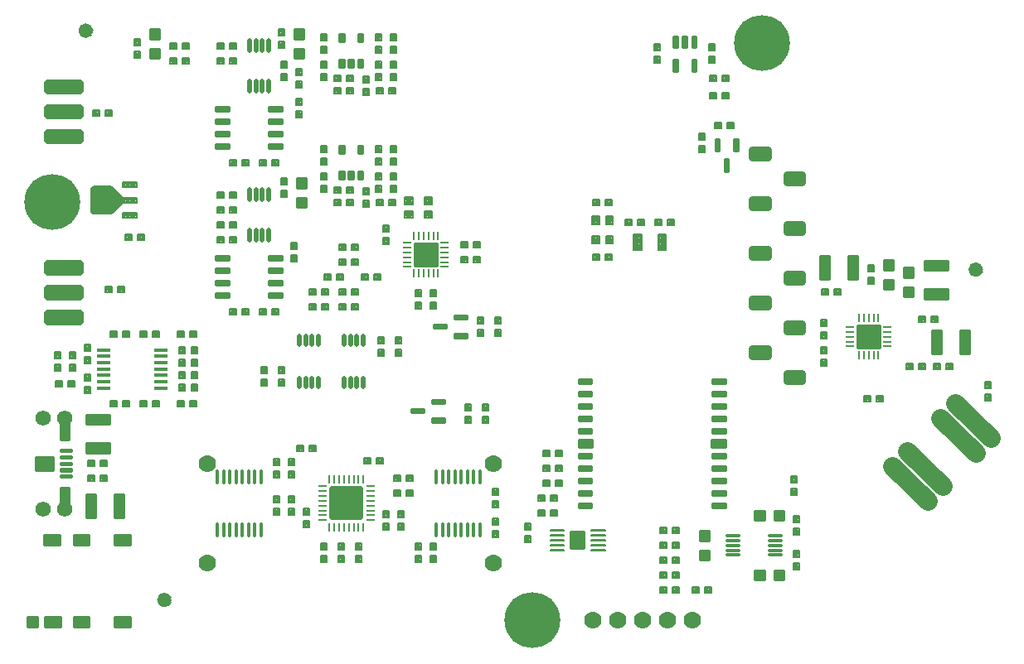
<source format=gbs>
*
*
G04 PADS 9.5 Build Number: 522968 generated Gerber (RS-274-X) file*
G04 PC Version=2.1*
*
%IN "PSDR.pcb"*%
*
%MOIN*%
*
%FSLAX35Y35*%
*
*
*
*
G04 PC Standard Apertures*
*
*
G04 Thermal Relief Aperture macro.*
%AMTER*
1,1,$1,0,0*
1,0,$1-$2,0,0*
21,0,$3,$4,0,0,45*
21,0,$3,$4,0,0,135*
%
*
*
G04 Annular Aperture macro.*
%AMANN*
1,1,$1,0,0*
1,0,$2,0,0*
%
*
*
G04 Odd Aperture macro.*
%AMODD*
1,1,$1,0,0*
1,0,$1-0.005,0,0*
%
*
*
G04 PC Custom Aperture Macros*
*
*
*
*
*
*
G04 PC Aperture Table*
*
%ADD010C,0.001*%
%ADD011C,0.008*%
%ADD012C,0.00787*%
%ADD013C,0.01575*%
%ADD035C,0.03*%
%ADD048C,0.07*%
%ADD072C,0.062*%
%ADD094C,0.00394*%
%ADD102O,0.03346X0.00984*%
%ADD103O,0.00984X0.03346*%
%ADD104C,0.01181*%
%ADD110C,0.016*%
%ADD146C,0.01*%
%ADD148C,0.076*%
%ADD149C,0.01969*%
%ADD150C,0.032*%
%ADD151C,0.22441*%
%ADD153C,0.014*%
%ADD166O,0.05512X0.01575*%
%ADD167O,0.0175X0.05906*%
%ADD169O,0.06102X0.01142*%
%ADD170O,0.01575X0.05906*%
%ADD173O,0.0175X0.0535*%
*
*
*
*
G04 PC Circuitry*
G04 Layer Name PSDR.pcb - circuitry*
%LPD*%
*
*
G04 PC Custom Flashes*
G04 Layer Name PSDR.pcb - flashes*
%LPD*%
*
*
G04 PC Circuitry*
G04 Layer Name PSDR.pcb - circuitry*
%LPD*%
*
G54D10*
G54D11*
G01X212900Y156850D02*
X215100D01*
Y154150*
X212900*
Y156850*
Y154400D02*
X215100D01*
X212900Y155200D02*
X215100D01*
X212900Y156000D02*
X215100D01*
X212900Y156800D02*
X215100D01*
X213600Y154150D02*
Y156850D01*
X214400Y154150D02*
Y156850D01*
X212900Y151850D02*
X215100D01*
Y149150*
X212900*
Y151850*
Y149600D02*
X215100D01*
X212900Y150400D02*
X215100D01*
X212900Y151200D02*
X215100D01*
X213600Y149150D02*
Y151850D01*
X214400Y149150D02*
Y151850D01*
X233900Y142850D02*
X236100D01*
Y140150*
X233900*
Y142850*
Y140800D02*
X236100D01*
X233900Y141600D02*
X236100D01*
X233900Y142400D02*
X236100D01*
X234400Y140150D02*
Y142850D01*
X235200Y140150D02*
Y142850D01*
X236000Y140150D02*
Y142850D01*
X233900Y137850D02*
X236100D01*
Y135150*
X233900*
Y137850*
Y135200D02*
X236100D01*
X233900Y136000D02*
X236100D01*
X233900Y136800D02*
X236100D01*
X233900Y137600D02*
X236100D01*
X234400Y135150D02*
Y137850D01*
X235200Y135150D02*
Y137850D01*
X236000Y135150D02*
Y137850D01*
X250900Y155850D02*
X253100D01*
Y153150*
X250900*
Y155850*
Y153600D02*
X253100D01*
X250900Y154400D02*
X253100D01*
X250900Y155200D02*
X253100D01*
X251200Y153150D02*
Y155850D01*
X252000Y153150D02*
Y155850D01*
X252800Y153150D02*
Y155850D01*
X250900Y150850D02*
X253100D01*
Y148150*
X250900*
Y150850*
Y148800D02*
X253100D01*
X250900Y149600D02*
X253100D01*
X250900Y150400D02*
X253100D01*
X251200Y148150D02*
Y150850D01*
X252000Y148150D02*
Y150850D01*
X252800Y148150D02*
Y150850D01*
X244900Y155850D02*
X247100D01*
Y153150*
X244900*
Y155850*
Y153600D02*
X247100D01*
X244900Y154400D02*
X247100D01*
X244900Y155200D02*
X247100D01*
X245600Y153150D02*
Y155850D01*
X246400Y153150D02*
Y155850D01*
X244900Y150850D02*
X247100D01*
Y148150*
X244900*
Y150850*
Y148800D02*
X247100D01*
X244900Y149600D02*
X247100D01*
X244900Y150400D02*
X247100D01*
X245600Y148150D02*
Y150850D01*
X246400Y148150D02*
Y150850D01*
X237150Y174900D02*
Y177100D01*
X239850*
Y174900*
X237150*
Y175200D02*
X239850D01*
X237150Y176000D02*
X239850D01*
X237150Y176800D02*
X239850D01*
X237600Y174900D02*
Y177100D01*
X238400Y174900D02*
Y177100D01*
X239200Y174900D02*
Y177100D01*
X242150Y174900D02*
Y177100D01*
X244850*
Y174900*
X242150*
Y175200D02*
X244850D01*
X242150Y176000D02*
X244850D01*
X242150Y176800D02*
X244850D01*
X242400Y174900D02*
Y177100D01*
X243200Y174900D02*
Y177100D01*
X244000Y174900D02*
Y177100D01*
X244800Y174900D02*
Y177100D01*
X206900Y161850D02*
X209100D01*
Y159150*
X206900*
Y161850*
Y159200D02*
X209100D01*
X206900Y160000D02*
X209100D01*
X206900Y160800D02*
X209100D01*
X206900Y161600D02*
X209100D01*
X207200Y159150D02*
Y161850D01*
X208000Y159150D02*
Y161850D01*
X208800Y159150D02*
Y161850D01*
X206900Y156850D02*
X209100D01*
Y154150*
X206900*
Y156850*
Y154400D02*
X209100D01*
X206900Y155200D02*
X209100D01*
X206900Y156000D02*
X209100D01*
X206900Y156800D02*
X209100D01*
X207200Y154150D02*
Y156850D01*
X208000Y154150D02*
Y156850D01*
X208800Y154150D02*
Y156850D01*
X203100Y154150D02*
X200900D01*
Y156850*
X203100*
Y154150*
X200900Y154400D02*
X203100D01*
X200900Y155200D02*
X203100D01*
X200900Y156000D02*
X203100D01*
X200900Y156800D02*
X203100D01*
X201600Y154150D02*
Y156850D01*
X202400Y154150D02*
Y156850D01*
X203100Y159150D02*
X200900D01*
Y161850*
X203100*
Y159150*
X200900Y159200D02*
X203100D01*
X200900Y160000D02*
X203100D01*
X200900Y160800D02*
X203100D01*
X200900Y161600D02*
X203100D01*
X201600Y159150D02*
Y161850D01*
X202400Y159150D02*
Y161850D01*
X249150Y161900D02*
Y164100D01*
X251850*
Y161900*
X249150*
Y162400D02*
X251850D01*
X249150Y163200D02*
X251850D01*
X249150Y164000D02*
X251850D01*
X249600Y161900D02*
Y164100D01*
X250400Y161900D02*
Y164100D01*
X251200Y161900D02*
Y164100D01*
X254150Y161900D02*
Y164100D01*
X256850*
Y161900*
X254150*
Y162400D02*
X256850D01*
X254150Y163200D02*
X256850D01*
X254150Y164000D02*
X256850D01*
X254400Y161900D02*
Y164100D01*
X255200Y161900D02*
Y164100D01*
X256000Y161900D02*
Y164100D01*
X256800Y161900D02*
Y164100D01*
X256850Y170100D02*
Y167900D01*
X254150*
Y170100*
X256850*
X254150Y168000D02*
X256850D01*
X254150Y168800D02*
X256850D01*
X254150Y169600D02*
X256850D01*
X254400Y167900D02*
Y170100D01*
X255200Y167900D02*
Y170100D01*
X256000Y167900D02*
Y170100D01*
X256800Y167900D02*
Y170100D01*
X251850D02*
Y167900D01*
X249150*
Y170100*
X251850*
X249150Y168000D02*
X251850D01*
X249150Y168800D02*
X251850D01*
X249150Y169600D02*
X251850D01*
X249600Y167900D02*
Y170100D01*
X250400Y167900D02*
Y170100D01*
X251200Y167900D02*
Y170100D01*
X423100Y214150D02*
X420900D01*
Y216850*
X423100*
Y214150*
X420900Y214400D02*
X423100D01*
X420900Y215200D02*
X423100D01*
X420900Y216000D02*
X423100D01*
X420900Y216800D02*
X423100D01*
X421600Y214150D02*
Y216850D01*
X422400Y214150D02*
Y216850D01*
X423100Y219150D02*
X420900D01*
Y221850*
X423100*
Y219150*
X420900Y219200D02*
X423100D01*
X420900Y220000D02*
X423100D01*
X420900Y220800D02*
X423100D01*
X420900Y221600D02*
X423100D01*
X421600Y219150D02*
Y221850D01*
X422400Y219150D02*
Y221850D01*
X190850Y237100D02*
Y234900D01*
X188150*
Y237100*
X190850*
X188150Y235200D02*
X190850D01*
X188150Y236000D02*
X190850D01*
X188150Y236800D02*
X190850D01*
X188800Y234900D02*
Y237100D01*
X189600Y234900D02*
Y237100D01*
X190400Y234900D02*
Y237100D01*
X185850D02*
Y234900D01*
X183150*
Y237100*
X185850*
X183150Y235200D02*
X185850D01*
X183150Y236000D02*
X185850D01*
X183150Y236800D02*
X185850D01*
X183200Y234900D02*
Y237100D01*
X184000Y234900D02*
Y237100D01*
X184800Y234900D02*
Y237100D01*
X185600Y234900D02*
Y237100D01*
X445850Y202100D02*
Y199900D01*
X443150*
Y202100*
X445850*
X443150Y200000D02*
X445850D01*
X443150Y200800D02*
X445850D01*
X443150Y201600D02*
X445850D01*
X443200Y199900D02*
Y202100D01*
X444000Y199900D02*
Y202100D01*
X444800Y199900D02*
Y202100D01*
X445600Y199900D02*
Y202100D01*
X440850D02*
Y199900D01*
X438150*
Y202100*
X440850*
X438150Y200000D02*
X440850D01*
X438150Y200800D02*
X440850D01*
X438150Y201600D02*
X440850D01*
X438400Y199900D02*
Y202100D01*
X439200Y199900D02*
Y202100D01*
X440000Y199900D02*
Y202100D01*
X440800Y199900D02*
Y202100D01*
X126150Y173900D02*
Y176100D01*
X128850*
Y173900*
X126150*
Y174400D02*
X128850D01*
X126150Y175200D02*
X128850D01*
X126150Y176000D02*
X128850D01*
X126400Y173900D02*
Y176100D01*
X127200Y173900D02*
Y176100D01*
X128000Y173900D02*
Y176100D01*
X128800Y173900D02*
Y176100D01*
X131150Y173900D02*
Y176100D01*
X133850*
Y173900*
X131150*
Y174400D02*
X133850D01*
X131150Y175200D02*
X133850D01*
X131150Y176000D02*
X133850D01*
X131200Y173900D02*
Y176100D01*
X132000Y173900D02*
Y176100D01*
X132800Y173900D02*
Y176100D01*
X133600Y173900D02*
Y176100D01*
X126150Y167900D02*
Y170100D01*
X128850*
Y167900*
X126150*
Y168000D02*
X128850D01*
X126150Y168800D02*
X128850D01*
X126150Y169600D02*
X128850D01*
X126400Y167900D02*
Y170100D01*
X127200Y167900D02*
Y170100D01*
X128000Y167900D02*
Y170100D01*
X128800Y167900D02*
Y170100D01*
X131150Y167900D02*
Y170100D01*
X133850*
Y167900*
X131150*
Y168000D02*
X133850D01*
X131150Y168800D02*
X133850D01*
X131150Y169600D02*
X133850D01*
X131200Y167900D02*
Y170100D01*
X132000Y167900D02*
Y170100D01*
X132800Y167900D02*
Y170100D01*
X133600Y167900D02*
Y170100D01*
X195150Y294900D02*
Y297100D01*
X197850*
Y294900*
X195150*
Y295200D02*
X197850D01*
X195150Y296000D02*
X197850D01*
X195150Y296800D02*
X197850D01*
X195200Y294900D02*
Y297100D01*
X196000Y294900D02*
Y297100D01*
X196800Y294900D02*
Y297100D01*
X197600Y294900D02*
Y297100D01*
X200150Y294900D02*
Y297100D01*
X202850*
Y294900*
X200150*
Y295200D02*
X202850D01*
X200150Y296000D02*
X202850D01*
X200150Y296800D02*
X202850D01*
X200800Y294900D02*
Y297100D01*
X201600Y294900D02*
Y297100D01*
X202400Y294900D02*
Y297100D01*
X329150Y278900D02*
Y281100D01*
X331850*
Y278900*
X329150*
Y279200D02*
X331850D01*
X329150Y280000D02*
X331850D01*
X329150Y280800D02*
X331850D01*
X329600Y278900D02*
Y281100D01*
X330400Y278900D02*
Y281100D01*
X331200Y278900D02*
Y281100D01*
X334150Y278900D02*
Y281100D01*
X336850*
Y278900*
X334150*
Y279200D02*
X336850D01*
X334150Y280000D02*
X336850D01*
X334150Y280800D02*
X336850D01*
X334400Y278900D02*
Y281100D01*
X335200Y278900D02*
Y281100D01*
X336000Y278900D02*
Y281100D01*
X336800Y278900D02*
Y281100D01*
X185850Y284100D02*
Y281900D01*
X183150*
Y284100*
X185850*
X183150Y282400D02*
X185850D01*
X183150Y283200D02*
X185850D01*
X183150Y284000D02*
X185850D01*
X183200Y281900D02*
Y284100D01*
X184000Y281900D02*
Y284100D01*
X184800Y281900D02*
Y284100D01*
X185600Y281900D02*
Y284100D01*
X180850D02*
Y281900D01*
X178150*
Y284100*
X180850*
X178150Y282400D02*
X180850D01*
X178150Y283200D02*
X180850D01*
X178150Y284000D02*
X180850D01*
X178400Y281900D02*
Y284100D01*
X179200Y281900D02*
Y284100D01*
X180000Y281900D02*
Y284100D01*
X180800Y281900D02*
Y284100D01*
X336850Y259100D02*
Y256900D01*
X334150*
Y259100*
X336850*
X334150Y257600D02*
X336850D01*
X334150Y258400D02*
X336850D01*
X334400Y256900D02*
Y259100D01*
X335200Y256900D02*
Y259100D01*
X336000Y256900D02*
Y259100D01*
X336800Y256900D02*
Y259100D01*
X331850D02*
Y256900D01*
X329150*
Y259100*
X331850*
X329150Y257600D02*
X331850D01*
X329150Y258400D02*
X331850D01*
X329600Y256900D02*
Y259100D01*
X330400Y256900D02*
Y259100D01*
X331200Y256900D02*
Y259100D01*
X222100Y135150D02*
X219900D01*
Y137850*
X222100*
Y135150*
X219900Y135200D02*
X222100D01*
X219900Y136000D02*
X222100D01*
X219900Y136800D02*
X222100D01*
X219900Y137600D02*
X222100D01*
X220000Y135150D02*
Y137850D01*
X220800Y135150D02*
Y137850D01*
X221600Y135150D02*
Y137850D01*
X222100Y140150D02*
X219900D01*
Y142850*
X222100*
Y140150*
X219900Y140800D02*
X222100D01*
X219900Y141600D02*
X222100D01*
X219900Y142400D02*
X222100D01*
X220000Y140150D02*
Y142850D01*
X220800Y140150D02*
Y142850D01*
X221600Y140150D02*
Y142850D01*
X226900D02*
X229100D01*
Y140150*
X226900*
Y142850*
Y140800D02*
X229100D01*
X226900Y141600D02*
X229100D01*
X226900Y142400D02*
X229100D01*
X227200Y140150D02*
Y142850D01*
X228000Y140150D02*
Y142850D01*
X228800Y140150D02*
Y142850D01*
X226900Y137850D02*
X229100D01*
Y135150*
X226900*
Y137850*
Y135200D02*
X229100D01*
X226900Y136000D02*
X229100D01*
X226900Y136800D02*
X229100D01*
X226900Y137600D02*
X229100D01*
X227200Y135150D02*
Y137850D01*
X228000Y135150D02*
Y137850D01*
X228800Y135150D02*
Y137850D01*
X288900Y152850D02*
X291100D01*
Y150150*
X288900*
Y152850*
Y150400D02*
X291100D01*
X288900Y151200D02*
X291100D01*
X288900Y152000D02*
X291100D01*
X288900Y152800D02*
X291100D01*
X289600Y150150D02*
Y152850D01*
X290400Y150150D02*
Y152850D01*
X288900Y147850D02*
X291100D01*
Y145150*
X288900*
Y147850*
Y145600D02*
X291100D01*
X288900Y146400D02*
X291100D01*
X288900Y147200D02*
X291100D01*
X289600Y145150D02*
Y147850D01*
X290400Y145150D02*
Y147850D01*
X291100Y157150D02*
X288900D01*
Y159850*
X291100*
Y157150*
X288900Y157600D02*
X291100D01*
X288900Y158400D02*
X291100D01*
X288900Y159200D02*
X291100D01*
X289600Y157150D02*
Y159850D01*
X290400Y157150D02*
Y159850D01*
X291100Y162150D02*
X288900D01*
Y164850*
X291100*
Y162150*
X288900Y162400D02*
X291100D01*
X288900Y163200D02*
X291100D01*
X288900Y164000D02*
X291100D01*
X288900Y164800D02*
X291100D01*
X289600Y162150D02*
Y164850D01*
X290400Y162150D02*
Y164850D01*
X263900Y142850D02*
X266100D01*
Y140150*
X263900*
Y142850*
Y140800D02*
X266100D01*
X263900Y141600D02*
X266100D01*
X263900Y142400D02*
X266100D01*
X264000Y140150D02*
Y142850D01*
X264800Y140150D02*
Y142850D01*
X265600Y140150D02*
Y142850D01*
X263900Y137850D02*
X266100D01*
Y135150*
X263900*
Y137850*
Y135200D02*
X266100D01*
X263900Y136000D02*
X266100D01*
X263900Y136800D02*
X266100D01*
X263900Y137600D02*
X266100D01*
X264000Y135150D02*
Y137850D01*
X264800Y135150D02*
Y137850D01*
X265600Y135150D02*
Y137850D01*
X203100Y169150D02*
X200900D01*
Y171850*
X203100*
Y169150*
X200900Y169600D02*
X203100D01*
X200900Y170400D02*
X203100D01*
X200900Y171200D02*
X203100D01*
X201600Y169150D02*
Y171850D01*
X202400Y169150D02*
Y171850D01*
X203100Y174150D02*
X200900D01*
Y176850*
X203100*
Y174150*
X200900Y174400D02*
X203100D01*
X200900Y175200D02*
X203100D01*
X200900Y176000D02*
X203100D01*
X200900Y176800D02*
X203100D01*
X201600Y174150D02*
Y176850D01*
X202400Y174150D02*
Y176850D01*
X257900Y142850D02*
X260100D01*
Y140150*
X257900*
Y142850*
Y140800D02*
X260100D01*
X257900Y141600D02*
X260100D01*
X257900Y142400D02*
X260100D01*
X258400Y140150D02*
Y142850D01*
X259200Y140150D02*
Y142850D01*
X260000Y140150D02*
Y142850D01*
X257900Y137850D02*
X260100D01*
Y135150*
X257900*
Y137850*
Y135200D02*
X260100D01*
X257900Y136000D02*
X260100D01*
X257900Y136800D02*
X260100D01*
X257900Y137600D02*
X260100D01*
X258400Y135150D02*
Y137850D01*
X259200Y135150D02*
Y137850D01*
X260000Y135150D02*
Y137850D01*
X209100Y169150D02*
X206900D01*
Y171850*
X209100*
Y169150*
X206900Y169600D02*
X209100D01*
X206900Y170400D02*
X209100D01*
X206900Y171200D02*
X209100D01*
X207200Y169150D02*
Y171850D01*
X208000Y169150D02*
Y171850D01*
X208800Y169150D02*
Y171850D01*
X209100Y174150D02*
X206900D01*
Y176850*
X209100*
Y174150*
X206900Y174400D02*
X209100D01*
X206900Y175200D02*
X209100D01*
X206900Y176000D02*
X209100D01*
X206900Y176800D02*
X209100D01*
X207200Y174150D02*
Y176850D01*
X208000Y174150D02*
Y176850D01*
X208800Y174150D02*
Y176850D01*
X217850Y182100D02*
Y179900D01*
X215150*
Y182100*
X217850*
X215150Y180000D02*
X217850D01*
X215150Y180800D02*
X217850D01*
X215150Y181600D02*
X217850D01*
X215200Y179900D02*
Y182100D01*
X216000Y179900D02*
Y182100D01*
X216800Y179900D02*
Y182100D01*
X217600Y179900D02*
Y182100D01*
X212850D02*
Y179900D01*
X210150*
Y182100*
X212850*
X210150Y180000D02*
X212850D01*
X210150Y180800D02*
X212850D01*
X210150Y181600D02*
X212850D01*
X210400Y179900D02*
Y182100D01*
X211200Y179900D02*
Y182100D01*
X212000Y179900D02*
Y182100D01*
X212800Y179900D02*
Y182100D01*
X249850Y281100D02*
Y278900D01*
X247150*
Y281100*
X249850*
X247150Y279200D02*
X249850D01*
X247150Y280000D02*
X249850D01*
X247150Y280800D02*
X249850D01*
X247200Y278900D02*
Y281100D01*
X248000Y278900D02*
Y281100D01*
X248800Y278900D02*
Y281100D01*
X249600Y278900D02*
Y281100D01*
X244850D02*
Y278900D01*
X242150*
Y281100*
X244850*
X242150Y279200D02*
X244850D01*
X242150Y280000D02*
X244850D01*
X242150Y280800D02*
X244850D01*
X242400Y278900D02*
Y281100D01*
X243200Y278900D02*
Y281100D01*
X244000Y278900D02*
Y281100D01*
X244800Y278900D02*
Y281100D01*
X249850Y326100D02*
Y323900D01*
X247150*
Y326100*
X249850*
X247150Y324000D02*
X249850D01*
X247150Y324800D02*
X249850D01*
X247150Y325600D02*
X249850D01*
X247200Y323900D02*
Y326100D01*
X248000Y323900D02*
Y326100D01*
X248800Y323900D02*
Y326100D01*
X249600Y323900D02*
Y326100D01*
X244850D02*
Y323900D01*
X242150*
Y326100*
X244850*
X242150Y324000D02*
X244850D01*
X242150Y324800D02*
X244850D01*
X242150Y325600D02*
X244850D01*
X242400Y323900D02*
Y326100D01*
X243200Y323900D02*
Y326100D01*
X244000Y323900D02*
Y326100D01*
X244800Y323900D02*
Y326100D01*
X147100Y338150D02*
X144900D01*
Y340850*
X147100*
Y338150*
X144900Y338400D02*
X147100D01*
X144900Y339200D02*
X147100D01*
X144900Y340000D02*
X147100D01*
X144900Y340800D02*
X147100D01*
X145600Y338150D02*
Y340850D01*
X146400Y338150D02*
Y340850D01*
X147100Y343150D02*
X144900D01*
Y345850*
X147100*
Y343150*
X144900Y343200D02*
X147100D01*
X144900Y344000D02*
X147100D01*
X144900Y344800D02*
X147100D01*
X144900Y345600D02*
X147100D01*
X145600Y343150D02*
Y345850D01*
X146400Y343150D02*
Y345850D01*
X409900Y139850D02*
X412100D01*
Y137150*
X409900*
Y139850*
Y137600D02*
X412100D01*
X409900Y138400D02*
X412100D01*
X409900Y139200D02*
X412100D01*
X410400Y137150D02*
Y139850D01*
X411200Y137150D02*
Y139850D01*
X412000Y137150D02*
Y139850D01*
X409900Y134850D02*
X412100D01*
Y132150*
X409900*
Y134850*
Y132800D02*
X412100D01*
X409900Y133600D02*
X412100D01*
X409900Y134400D02*
X412100D01*
X410400Y132150D02*
Y134850D01*
X411200Y132150D02*
Y134850D01*
X412000Y132150D02*
Y134850D01*
X287100Y191150D02*
X284900D01*
Y193850*
X287100*
Y191150*
X284900Y191200D02*
X287100D01*
X284900Y192000D02*
X287100D01*
X284900Y192800D02*
X287100D01*
X284900Y193600D02*
X287100D01*
X285600Y191150D02*
Y193850D01*
X286400Y191150D02*
Y193850D01*
X287100Y196150D02*
X284900D01*
Y198850*
X287100*
Y196150*
X284900Y196800D02*
X287100D01*
X284900Y197600D02*
X287100D01*
X284900Y198400D02*
X287100D01*
X285600Y196150D02*
Y198850D01*
X286400Y196150D02*
Y198850D01*
X280100Y191150D02*
X277900D01*
Y193850*
X280100*
Y191150*
X277900Y191200D02*
X280100D01*
X277900Y192000D02*
X280100D01*
X277900Y192800D02*
X280100D01*
X277900Y193600D02*
X280100D01*
X278400Y191150D02*
Y193850D01*
X279200Y191150D02*
Y193850D01*
X280000Y191150D02*
Y193850D01*
X280100Y196150D02*
X277900D01*
Y198850*
X280100*
Y196150*
X277900Y196800D02*
X280100D01*
X277900Y197600D02*
X280100D01*
X277900Y198400D02*
X280100D01*
X278400Y196150D02*
Y198850D01*
X279200Y196150D02*
Y198850D01*
X280000Y196150D02*
Y198850D01*
X276150Y261900D02*
Y264100D01*
X278850*
Y261900*
X276150*
Y262400D02*
X278850D01*
X276150Y263200D02*
X278850D01*
X276150Y264000D02*
X278850D01*
X276800Y261900D02*
Y264100D01*
X277600Y261900D02*
Y264100D01*
X278400Y261900D02*
Y264100D01*
X281150Y261900D02*
Y264100D01*
X283850*
Y261900*
X281150*
Y262400D02*
X283850D01*
X281150Y263200D02*
X283850D01*
X281150Y264000D02*
X283850D01*
X281600Y261900D02*
Y264100D01*
X282400Y261900D02*
Y264100D01*
X283200Y261900D02*
Y264100D01*
X276150Y255900D02*
Y258100D01*
X278850*
Y255900*
X276150*
Y256000D02*
X278850D01*
X276150Y256800D02*
X278850D01*
X276150Y257600D02*
X278850D01*
X276800Y255900D02*
Y258100D01*
X277600Y255900D02*
Y258100D01*
X278400Y255900D02*
Y258100D01*
X281150Y255900D02*
Y258100D01*
X283850*
Y255900*
X281150*
Y256000D02*
X283850D01*
X281150Y256800D02*
X283850D01*
X281150Y257600D02*
X283850D01*
X281600Y255900D02*
Y258100D01*
X282400Y255900D02*
Y258100D01*
X283200Y255900D02*
Y258100D01*
X263900Y244850D02*
X266100D01*
Y242150*
X263900*
Y244850*
Y242400D02*
X266100D01*
X263900Y243200D02*
X266100D01*
X263900Y244000D02*
X266100D01*
X263900Y244800D02*
X266100D01*
X264000Y242150D02*
Y244850D01*
X264800Y242150D02*
Y244850D01*
X265600Y242150D02*
Y244850D01*
X263900Y239850D02*
X266100D01*
Y237150*
X263900*
Y239850*
Y237600D02*
X266100D01*
X263900Y238400D02*
X266100D01*
X263900Y239200D02*
X266100D01*
X264000Y237150D02*
Y239850D01*
X264800Y237150D02*
Y239850D01*
X265600Y237150D02*
Y239850D01*
X257900Y244850D02*
X260100D01*
Y242150*
X257900*
Y244850*
Y242400D02*
X260100D01*
X257900Y243200D02*
X260100D01*
X257900Y244000D02*
X260100D01*
X257900Y244800D02*
X260100D01*
X258400Y242150D02*
Y244850D01*
X259200Y242150D02*
Y244850D01*
X260000Y242150D02*
Y244850D01*
X257900Y239850D02*
X260100D01*
Y237150*
X257900*
Y239850*
Y237600D02*
X260100D01*
X257900Y238400D02*
X260100D01*
X257900Y239200D02*
X260100D01*
X258400Y237150D02*
Y239850D01*
X259200Y237150D02*
Y239850D01*
X260000Y237150D02*
Y239850D01*
X243850Y251100D02*
Y248900D01*
X241150*
Y251100*
X243850*
X241150Y249600D02*
X243850D01*
X241150Y250400D02*
X243850D01*
X241600Y248900D02*
Y251100D01*
X242400Y248900D02*
Y251100D01*
X243200Y248900D02*
Y251100D01*
X238850D02*
Y248900D01*
X236150*
Y251100*
X238850*
X236150Y249600D02*
X238850D01*
X236150Y250400D02*
X238850D01*
X236800Y248900D02*
Y251100D01*
X237600Y248900D02*
Y251100D01*
X238400Y248900D02*
Y251100D01*
X247100Y263150D02*
X244900D01*
Y265850*
X247100*
Y263150*
X244900Y263200D02*
X247100D01*
X244900Y264000D02*
X247100D01*
X244900Y264800D02*
X247100D01*
X244900Y265600D02*
X247100D01*
X245600Y263150D02*
Y265850D01*
X246400Y263150D02*
Y265850D01*
X247100Y268150D02*
X244900D01*
Y270850*
X247100*
Y268150*
X244900Y268800D02*
X247100D01*
X244900Y269600D02*
X247100D01*
X244900Y270400D02*
X247100D01*
X245600Y268150D02*
Y270850D01*
X246400Y268150D02*
Y270850D01*
X378150Y309900D02*
Y312100D01*
X380850*
Y309900*
X378150*
Y310400D02*
X380850D01*
X378150Y311200D02*
X380850D01*
X378150Y312000D02*
X380850D01*
X378400Y309900D02*
Y312100D01*
X379200Y309900D02*
Y312100D01*
X380000Y309900D02*
Y312100D01*
X380800Y309900D02*
Y312100D01*
X383150Y309900D02*
Y312100D01*
X385850*
Y309900*
X383150*
Y310400D02*
X385850D01*
X383150Y311200D02*
X385850D01*
X383150Y312000D02*
X385850D01*
X383200Y309900D02*
Y312100D01*
X384000Y309900D02*
Y312100D01*
X384800Y309900D02*
Y312100D01*
X385600Y309900D02*
Y312100D01*
X374100Y300150D02*
X371900D01*
Y302850*
X374100*
Y300150*
X371900Y300800D02*
X374100D01*
X371900Y301600D02*
X374100D01*
X371900Y302400D02*
X374100D01*
X372000Y300150D02*
Y302850D01*
X372800Y300150D02*
Y302850D01*
X373600Y300150D02*
Y302850D01*
X374100Y305150D02*
X371900D01*
Y307850*
X374100*
Y305150*
X371900Y305600D02*
X374100D01*
X371900Y306400D02*
X374100D01*
X371900Y307200D02*
X374100D01*
X372000Y305150D02*
Y307850D01*
X372800Y305150D02*
Y307850D01*
X373600Y305150D02*
Y307850D01*
X289900Y233850D02*
X292100D01*
Y231150*
X289900*
Y233850*
Y231200D02*
X292100D01*
X289900Y232000D02*
X292100D01*
X289900Y232800D02*
X292100D01*
X289900Y233600D02*
X292100D01*
X290400Y231150D02*
Y233850D01*
X291200Y231150D02*
Y233850D01*
X292000Y231150D02*
Y233850D01*
X289900Y228850D02*
X292100D01*
Y226150*
X289900*
Y228850*
Y226400D02*
X292100D01*
X289900Y227200D02*
X292100D01*
X289900Y228000D02*
X292100D01*
X289900Y228800D02*
X292100D01*
X290400Y226150D02*
Y228850D01*
X291200Y226150D02*
Y228850D01*
X292000Y226150D02*
Y228850D01*
X411100Y162150D02*
X408900D01*
Y164850*
X411100*
Y162150*
X408900Y162400D02*
X411100D01*
X408900Y163200D02*
X411100D01*
X408900Y164000D02*
X411100D01*
X408900Y164800D02*
X411100D01*
X409600Y162150D02*
Y164850D01*
X410400Y162150D02*
Y164850D01*
X411100Y167150D02*
X408900D01*
Y169850*
X411100*
Y167150*
X408900Y167200D02*
X411100D01*
X408900Y168000D02*
X411100D01*
X408900Y168800D02*
X411100D01*
X408900Y169600D02*
X411100D01*
X409600Y167150D02*
Y169850D01*
X410400Y167150D02*
Y169850D01*
X420900Y232850D02*
X423100D01*
Y230150*
X420900*
Y232850*
Y230400D02*
X423100D01*
X420900Y231200D02*
X423100D01*
X420900Y232000D02*
X423100D01*
X420900Y232800D02*
X423100D01*
X421600Y230150D02*
Y232850D01*
X422400Y230150D02*
Y232850D01*
X420900Y227850D02*
X423100D01*
Y225150*
X420900*
Y227850*
Y225600D02*
X423100D01*
X420900Y226400D02*
X423100D01*
X420900Y227200D02*
X423100D01*
X421600Y225150D02*
Y227850D01*
X422400Y225150D02*
Y227850D01*
X316850Y180100D02*
Y177900D01*
X314150*
Y180100*
X316850*
X314150Y178400D02*
X316850D01*
X314150Y179200D02*
X316850D01*
X314150Y180000D02*
X316850D01*
X314400Y177900D02*
Y180100D01*
X315200Y177900D02*
Y180100D01*
X316000Y177900D02*
Y180100D01*
X316800Y177900D02*
Y180100D01*
X311850D02*
Y177900D01*
X309150*
Y180100*
X311850*
X309150Y178400D02*
X311850D01*
X309150Y179200D02*
X311850D01*
X309150Y180000D02*
X311850D01*
X309600Y177900D02*
Y180100D01*
X310400Y177900D02*
Y180100D01*
X311200Y177900D02*
Y180100D01*
X316850Y174100D02*
Y171900D01*
X314150*
Y174100*
X316850*
X314150Y172000D02*
X316850D01*
X314150Y172800D02*
X316850D01*
X314150Y173600D02*
X316850D01*
X314400Y171900D02*
Y174100D01*
X315200Y171900D02*
Y174100D01*
X316000Y171900D02*
Y174100D01*
X316800Y171900D02*
Y174100D01*
X311850D02*
Y171900D01*
X309150*
Y174100*
X311850*
X309150Y172000D02*
X311850D01*
X309150Y172800D02*
X311850D01*
X309150Y173600D02*
X311850D01*
X309600Y171900D02*
Y174100D01*
X310400Y171900D02*
Y174100D01*
X311200Y171900D02*
Y174100D01*
X316850Y168100D02*
Y165900D01*
X314150*
Y168100*
X316850*
X314150Y166400D02*
X316850D01*
X314150Y167200D02*
X316850D01*
X314150Y168000D02*
X316850D01*
X314400Y165900D02*
Y168100D01*
X315200Y165900D02*
Y168100D01*
X316000Y165900D02*
Y168100D01*
X316800Y165900D02*
Y168100D01*
X311850D02*
Y165900D01*
X309150*
Y168100*
X311850*
X309150Y166400D02*
X311850D01*
X309150Y167200D02*
X311850D01*
X309150Y168000D02*
X311850D01*
X309600Y165900D02*
Y168100D01*
X310400Y165900D02*
Y168100D01*
X311200Y165900D02*
Y168100D01*
X207900Y263850D02*
X210100D01*
Y261150*
X207900*
Y263850*
Y261600D02*
X210100D01*
X207900Y262400D02*
X210100D01*
X207900Y263200D02*
X210100D01*
X208000Y261150D02*
Y263850D01*
X208800Y261150D02*
Y263850D01*
X209600Y261150D02*
Y263850D01*
X207900Y258850D02*
X210100D01*
Y256150*
X207900*
Y258850*
Y256800D02*
X210100D01*
X207900Y257600D02*
X210100D01*
X207900Y258400D02*
X210100D01*
X208000Y256150D02*
Y258850D01*
X208800Y256150D02*
Y258850D01*
X209600Y256150D02*
Y258850D01*
X209900Y321850D02*
X212100D01*
Y319150*
X209900*
Y321850*
Y319200D02*
X212100D01*
X209900Y320000D02*
X212100D01*
X209900Y320800D02*
X212100D01*
X209900Y321600D02*
X212100D01*
X210400Y319150D02*
Y321850D01*
X211200Y319150D02*
Y321850D01*
X212000Y319150D02*
Y321850D01*
X209900Y316850D02*
X212100D01*
Y314150*
X209900*
Y316850*
Y314400D02*
X212100D01*
X209900Y315200D02*
X212100D01*
X209900Y316000D02*
X212100D01*
X209900Y316800D02*
X212100D01*
X210400Y314150D02*
Y316850D01*
X211200Y314150D02*
Y316850D01*
X212000Y314150D02*
Y316850D01*
X185850Y344100D02*
Y341900D01*
X183150*
Y344100*
X185850*
X183150Y342400D02*
X185850D01*
X183150Y343200D02*
X185850D01*
X183150Y344000D02*
X185850D01*
X183200Y341900D02*
Y344100D01*
X184000Y341900D02*
Y344100D01*
X184800Y341900D02*
Y344100D01*
X185600Y341900D02*
Y344100D01*
X180850D02*
Y341900D01*
X178150*
Y344100*
X180850*
X178150Y342400D02*
X180850D01*
X178150Y343200D02*
X180850D01*
X178150Y344000D02*
X180850D01*
X178400Y341900D02*
Y344100D01*
X179200Y341900D02*
Y344100D01*
X180000Y341900D02*
Y344100D01*
X180800Y341900D02*
Y344100D01*
X178150Y263900D02*
Y266100D01*
X180850*
Y263900*
X178150*
Y264000D02*
X180850D01*
X178150Y264800D02*
X180850D01*
X178150Y265600D02*
X180850D01*
X178400Y263900D02*
Y266100D01*
X179200Y263900D02*
Y266100D01*
X180000Y263900D02*
Y266100D01*
X180800Y263900D02*
Y266100D01*
X183150Y263900D02*
Y266100D01*
X185850*
Y263900*
X183150*
Y264000D02*
X185850D01*
X183150Y264800D02*
X185850D01*
X183150Y265600D02*
X185850D01*
X183200Y263900D02*
Y266100D01*
X184000Y263900D02*
Y266100D01*
X184800Y263900D02*
Y266100D01*
X185600Y263900D02*
Y266100D01*
X486900Y207850D02*
X489100D01*
Y205150*
X486900*
Y207850*
Y205600D02*
X489100D01*
X486900Y206400D02*
X489100D01*
X486900Y207200D02*
X489100D01*
X487200Y205150D02*
Y207850D01*
X488000Y205150D02*
Y207850D01*
X488800Y205150D02*
Y207850D01*
X486900Y202850D02*
X489100D01*
Y200150*
X486900*
Y202850*
Y200800D02*
X489100D01*
X486900Y201600D02*
X489100D01*
X486900Y202400D02*
X489100D01*
X487200Y200150D02*
Y202850D01*
X488000Y200150D02*
Y202850D01*
X488800Y200150D02*
Y202850D01*
X209900Y333850D02*
X212100D01*
Y331150*
X209900*
Y333850*
Y331200D02*
X212100D01*
X209900Y332000D02*
X212100D01*
X209900Y332800D02*
X212100D01*
X209900Y333600D02*
X212100D01*
X210400Y331150D02*
Y333850D01*
X211200Y331150D02*
Y333850D01*
X212000Y331150D02*
Y333850D01*
X209900Y328850D02*
X212100D01*
Y326150*
X209900*
Y328850*
Y326400D02*
X212100D01*
X209900Y327200D02*
X212100D01*
X209900Y328000D02*
X212100D01*
X209900Y328800D02*
X212100D01*
X210400Y326150D02*
Y328850D01*
X211200Y326150D02*
Y328850D01*
X212000Y326150D02*
Y328850D01*
X455150Y212900D02*
Y215100D01*
X457850*
Y212900*
X455150*
Y213600D02*
X457850D01*
X455150Y214400D02*
X457850D01*
X455200Y212900D02*
Y215100D01*
X456000Y212900D02*
Y215100D01*
X456800Y212900D02*
Y215100D01*
X457600Y212900D02*
Y215100D01*
X460150Y212900D02*
Y215100D01*
X462850*
Y212900*
X460150*
Y213600D02*
X462850D01*
X460150Y214400D02*
X462850D01*
X460800Y212900D02*
Y215100D01*
X461600Y212900D02*
Y215100D01*
X462400Y212900D02*
Y215100D01*
X442100Y247150D02*
X439900D01*
Y249850*
X442100*
Y247150*
X439900Y247200D02*
X442100D01*
X439900Y248000D02*
X442100D01*
X439900Y248800D02*
X442100D01*
X439900Y249600D02*
X442100D01*
X440000Y247150D02*
Y249850D01*
X440800Y247150D02*
Y249850D01*
X441600Y247150D02*
Y249850D01*
X442100Y252150D02*
X439900D01*
Y254850*
X442100*
Y252150*
X439900Y252800D02*
X442100D01*
X439900Y253600D02*
X442100D01*
X439900Y254400D02*
X442100D01*
X440000Y252150D02*
Y254850D01*
X440800Y252150D02*
Y254850D01*
X441600Y252150D02*
Y254850D01*
X241900Y291850D02*
X244100D01*
Y289150*
X241900*
Y291850*
Y289600D02*
X244100D01*
X241900Y290400D02*
X244100D01*
X241900Y291200D02*
X244100D01*
X242400Y289150D02*
Y291850D01*
X243200Y289150D02*
Y291850D01*
X244000Y289150D02*
Y291850D01*
X241900Y286850D02*
X244100D01*
Y284150*
X241900*
Y286850*
Y284800D02*
X244100D01*
X241900Y285600D02*
X244100D01*
X241900Y286400D02*
X244100D01*
X242400Y284150D02*
Y286850D01*
X243200Y284150D02*
Y286850D01*
X244000Y284150D02*
Y286850D01*
X232850Y281100D02*
Y278900D01*
X230150*
Y281100*
X232850*
X230150Y279200D02*
X232850D01*
X230150Y280000D02*
X232850D01*
X230150Y280800D02*
X232850D01*
X230400Y278900D02*
Y281100D01*
X231200Y278900D02*
Y281100D01*
X232000Y278900D02*
Y281100D01*
X232800Y278900D02*
Y281100D01*
X227850D02*
Y278900D01*
X225150*
Y281100*
X227850*
X225150Y279200D02*
X227850D01*
X225150Y280000D02*
X227850D01*
X225150Y280800D02*
X227850D01*
X225600Y278900D02*
Y281100D01*
X226400Y278900D02*
Y281100D01*
X227200Y278900D02*
Y281100D01*
X219900Y291850D02*
X222100D01*
Y289150*
X219900*
Y291850*
Y289600D02*
X222100D01*
X219900Y290400D02*
X222100D01*
X219900Y291200D02*
X222100D01*
X220000Y289150D02*
Y291850D01*
X220800Y289150D02*
Y291850D01*
X221600Y289150D02*
Y291850D01*
X219900Y286850D02*
X222100D01*
Y284150*
X219900*
Y286850*
Y284800D02*
X222100D01*
X219900Y285600D02*
X222100D01*
X219900Y286400D02*
X222100D01*
X220000Y284150D02*
Y286850D01*
X220800Y284150D02*
Y286850D01*
X221600Y284150D02*
Y286850D01*
X241900Y336850D02*
X244100D01*
Y334150*
X241900*
Y336850*
Y334400D02*
X244100D01*
X241900Y335200D02*
X244100D01*
X241900Y336000D02*
X244100D01*
X241900Y336800D02*
X244100D01*
X242400Y334150D02*
Y336850D01*
X243200Y334150D02*
Y336850D01*
X244000Y334150D02*
Y336850D01*
X241900Y331850D02*
X244100D01*
Y329150*
X241900*
Y331850*
Y329600D02*
X244100D01*
X241900Y330400D02*
X244100D01*
X241900Y331200D02*
X244100D01*
X242400Y329150D02*
Y331850D01*
X243200Y329150D02*
Y331850D01*
X244000Y329150D02*
Y331850D01*
X232850Y326100D02*
Y323900D01*
X230150*
Y326100*
X232850*
X230150Y324000D02*
X232850D01*
X230150Y324800D02*
X232850D01*
X230150Y325600D02*
X232850D01*
X230400Y323900D02*
Y326100D01*
X231200Y323900D02*
Y326100D01*
X232000Y323900D02*
Y326100D01*
X232800Y323900D02*
Y326100D01*
X227850D02*
Y323900D01*
X225150*
Y326100*
X227850*
X225150Y324000D02*
X227850D01*
X225150Y324800D02*
X227850D01*
X225150Y325600D02*
X227850D01*
X225600Y323900D02*
Y326100D01*
X226400Y323900D02*
Y326100D01*
X227200Y323900D02*
Y326100D01*
X249900Y225850D02*
X252100D01*
Y223150*
X249900*
Y225850*
Y223200D02*
X252100D01*
X249900Y224000D02*
X252100D01*
X249900Y224800D02*
X252100D01*
X249900Y225600D02*
X252100D01*
X250400Y223150D02*
Y225850D01*
X251200Y223150D02*
Y225850D01*
X252000Y223150D02*
Y225850D01*
X249900Y220850D02*
X252100D01*
Y218150*
X249900*
Y220850*
Y218400D02*
X252100D01*
X249900Y219200D02*
X252100D01*
X249900Y220000D02*
X252100D01*
X249900Y220800D02*
X252100D01*
X250400Y218150D02*
Y220850D01*
X251200Y218150D02*
Y220850D01*
X252000Y218150D02*
Y220850D01*
X198100Y206150D02*
X195900D01*
Y208850*
X198100*
Y206150*
X195900Y206400D02*
X198100D01*
X195900Y207200D02*
X198100D01*
X195900Y208000D02*
X198100D01*
X195900Y208800D02*
X198100D01*
X196000Y206150D02*
Y208850D01*
X196800Y206150D02*
Y208850D01*
X197600Y206150D02*
Y208850D01*
X198100Y211150D02*
X195900D01*
Y213850*
X198100*
Y211150*
X195900Y211200D02*
X198100D01*
X195900Y212000D02*
X198100D01*
X195900Y212800D02*
X198100D01*
X195900Y213600D02*
X198100D01*
X196000Y211150D02*
Y213850D01*
X196800Y211150D02*
Y213850D01*
X197600Y211150D02*
Y213850D01*
X242900Y225850D02*
X245100D01*
Y223150*
X242900*
Y225850*
Y223200D02*
X245100D01*
X242900Y224000D02*
X245100D01*
X242900Y224800D02*
X245100D01*
X242900Y225600D02*
X245100D01*
X243200Y223150D02*
Y225850D01*
X244000Y223150D02*
Y225850D01*
X244800Y223150D02*
Y225850D01*
X242900Y220850D02*
X245100D01*
Y218150*
X242900*
Y220850*
Y218400D02*
X245100D01*
X242900Y219200D02*
X245100D01*
X242900Y220000D02*
X245100D01*
X242900Y220800D02*
X245100D01*
X243200Y218150D02*
Y220850D01*
X244000Y218150D02*
Y220850D01*
X244800Y218150D02*
Y220850D01*
X205100Y206150D02*
X202900D01*
Y208850*
X205100*
Y206150*
X202900Y206400D02*
X205100D01*
X202900Y207200D02*
X205100D01*
X202900Y208000D02*
X205100D01*
X202900Y208800D02*
X205100D01*
X203200Y206150D02*
Y208850D01*
X204000Y206150D02*
Y208850D01*
X204800Y206150D02*
Y208850D01*
X205100Y211150D02*
X202900D01*
Y213850*
X205100*
Y211150*
X202900Y211200D02*
X205100D01*
X202900Y212000D02*
X205100D01*
X202900Y212800D02*
X205100D01*
X202900Y213600D02*
X205100D01*
X203200Y211150D02*
Y213850D01*
X204000Y211150D02*
Y213850D01*
X204800Y211150D02*
Y213850D01*
X228850Y251100D02*
Y248900D01*
X226150*
Y251100*
X228850*
X226150Y249600D02*
X228850D01*
X226150Y250400D02*
X228850D01*
X226400Y248900D02*
Y251100D01*
X227200Y248900D02*
Y251100D01*
X228000Y248900D02*
Y251100D01*
X228800Y248900D02*
Y251100D01*
X223850D02*
Y248900D01*
X221150*
Y251100*
X223850*
X221150Y249600D02*
X223850D01*
X221150Y250400D02*
X223850D01*
X221600Y248900D02*
Y251100D01*
X222400Y248900D02*
Y251100D01*
X223200Y248900D02*
Y251100D01*
X234850Y263100D02*
Y260900D01*
X232150*
Y263100*
X234850*
X232150Y261600D02*
X234850D01*
X232150Y262400D02*
X234850D01*
X232800Y260900D02*
Y263100D01*
X233600Y260900D02*
Y263100D01*
X234400Y260900D02*
Y263100D01*
X229850D02*
Y260900D01*
X227150*
Y263100*
X229850*
X227150Y261600D02*
X229850D01*
X227150Y262400D02*
X229850D01*
X227200Y260900D02*
Y263100D01*
X228000Y260900D02*
Y263100D01*
X228800Y260900D02*
Y263100D01*
X229600Y260900D02*
Y263100D01*
X304100Y143150D02*
X301900D01*
Y145850*
X304100*
Y143150*
X301900Y143200D02*
X304100D01*
X301900Y144000D02*
X304100D01*
X301900Y144800D02*
X304100D01*
X301900Y145600D02*
X304100D01*
X302400Y143150D02*
Y145850D01*
X303200Y143150D02*
Y145850D01*
X304000Y143150D02*
Y145850D01*
X304100Y148150D02*
X301900D01*
Y150850*
X304100*
Y148150*
X301900Y148800D02*
X304100D01*
X301900Y149600D02*
X304100D01*
X301900Y150400D02*
X304100D01*
X302400Y148150D02*
Y150850D01*
X303200Y148150D02*
Y150850D01*
X304000Y148150D02*
Y150850D01*
X219900Y336850D02*
X222100D01*
Y334150*
X219900*
Y336850*
Y334400D02*
X222100D01*
X219900Y335200D02*
X222100D01*
X219900Y336000D02*
X222100D01*
X219900Y336800D02*
X222100D01*
X220000Y334150D02*
Y336850D01*
X220800Y334150D02*
Y336850D01*
X221600Y334150D02*
Y336850D01*
X219900Y331850D02*
X222100D01*
Y329150*
X219900*
Y331850*
Y329600D02*
X222100D01*
X219900Y330400D02*
X222100D01*
X219900Y331200D02*
X222100D01*
X220000Y329150D02*
Y331850D01*
X220800Y329150D02*
Y331850D01*
X221600Y329150D02*
Y331850D01*
X195150Y234900D02*
Y237100D01*
X197850*
Y234900*
X195150*
Y235200D02*
X197850D01*
X195150Y236000D02*
X197850D01*
X195150Y236800D02*
X197850D01*
X195200Y234900D02*
Y237100D01*
X196000Y234900D02*
Y237100D01*
X196800Y234900D02*
Y237100D01*
X197600Y234900D02*
Y237100D01*
X200150Y234900D02*
Y237100D01*
X202850*
Y234900*
X200150*
Y235200D02*
X202850D01*
X200150Y236000D02*
X202850D01*
X200150Y236800D02*
X202850D01*
X200800Y234900D02*
Y237100D01*
X201600Y234900D02*
Y237100D01*
X202400Y234900D02*
Y237100D01*
X202900Y349850D02*
X205100D01*
Y347150*
X202900*
Y349850*
Y347200D02*
X205100D01*
X202900Y348000D02*
X205100D01*
X202900Y348800D02*
X205100D01*
X202900Y349600D02*
X205100D01*
X203200Y347150D02*
Y349850D01*
X204000Y347150D02*
Y349850D01*
X204800Y347150D02*
Y349850D01*
X202900Y344850D02*
X205100D01*
Y342150*
X202900*
Y344850*
Y342400D02*
X205100D01*
X202900Y343200D02*
X205100D01*
X202900Y344000D02*
X205100D01*
X202900Y344800D02*
X205100D01*
X203200Y342150D02*
Y344850D01*
X204000Y342150D02*
Y344850D01*
X204800Y342150D02*
Y344850D01*
X159150Y341900D02*
Y344100D01*
X161850*
Y341900*
X159150*
Y342400D02*
X161850D01*
X159150Y343200D02*
X161850D01*
X159150Y344000D02*
X161850D01*
X159200Y341900D02*
Y344100D01*
X160000Y341900D02*
Y344100D01*
X160800Y341900D02*
Y344100D01*
X161600Y341900D02*
Y344100D01*
X164150Y341900D02*
Y344100D01*
X166850*
Y341900*
X164150*
Y342400D02*
X166850D01*
X164150Y343200D02*
X166850D01*
X164150Y344000D02*
X166850D01*
X164800Y341900D02*
Y344100D01*
X165600Y341900D02*
Y344100D01*
X166400Y341900D02*
Y344100D01*
X166850Y338100D02*
Y335900D01*
X164150*
Y338100*
X166850*
X164150Y336000D02*
X166850D01*
X164150Y336800D02*
X166850D01*
X164150Y337600D02*
X166850D01*
X164800Y335900D02*
Y338100D01*
X165600Y335900D02*
Y338100D01*
X166400Y335900D02*
Y338100D01*
X161850D02*
Y335900D01*
X159150*
Y338100*
X161850*
X159150Y336000D02*
X161850D01*
X159150Y336800D02*
X161850D01*
X159150Y337600D02*
X161850D01*
X159200Y335900D02*
Y338100D01*
X160000Y335900D02*
Y338100D01*
X160800Y335900D02*
Y338100D01*
X161600Y335900D02*
Y338100D01*
X234850Y257100D02*
Y254900D01*
X232150*
Y257100*
X234850*
X232150Y255200D02*
X234850D01*
X232150Y256000D02*
X234850D01*
X232150Y256800D02*
X234850D01*
X232800Y254900D02*
Y257100D01*
X233600Y254900D02*
Y257100D01*
X234400Y254900D02*
Y257100D01*
X229850D02*
Y254900D01*
X227150*
Y257100*
X229850*
X227150Y255200D02*
X229850D01*
X227150Y256000D02*
X229850D01*
X227150Y256800D02*
X229850D01*
X227200Y254900D02*
Y257100D01*
X228000Y254900D02*
Y257100D01*
X228800Y254900D02*
Y257100D01*
X229600Y254900D02*
Y257100D01*
X222850Y245100D02*
Y242900D01*
X220150*
Y245100*
X222850*
X220150Y243200D02*
X222850D01*
X220150Y244000D02*
X222850D01*
X220150Y244800D02*
X222850D01*
X220800Y242900D02*
Y245100D01*
X221600Y242900D02*
Y245100D01*
X222400Y242900D02*
Y245100D01*
X217850D02*
Y242900D01*
X215150*
Y245100*
X217850*
X215150Y243200D02*
X217850D01*
X215150Y244000D02*
X217850D01*
X215150Y244800D02*
X217850D01*
X215200Y242900D02*
Y245100D01*
X216000Y242900D02*
Y245100D01*
X216800Y242900D02*
Y245100D01*
X217600Y242900D02*
Y245100D01*
X203900Y289850D02*
X206100D01*
Y287150*
X203900*
Y289850*
Y287200D02*
X206100D01*
X203900Y288000D02*
X206100D01*
X203900Y288800D02*
X206100D01*
X203900Y289600D02*
X206100D01*
X204000Y287150D02*
Y289850D01*
X204800Y287150D02*
Y289850D01*
X205600Y287150D02*
Y289850D01*
X203900Y284850D02*
X206100D01*
Y282150*
X203900*
Y284850*
Y282400D02*
X206100D01*
X203900Y283200D02*
X206100D01*
X203900Y284000D02*
X206100D01*
X203900Y284800D02*
X206100D01*
X204000Y282150D02*
Y284850D01*
X204800Y282150D02*
Y284850D01*
X205600Y282150D02*
Y284850D01*
X412100Y146150D02*
X409900D01*
Y148850*
X412100*
Y146150*
X409900Y146400D02*
X412100D01*
X409900Y147200D02*
X412100D01*
X409900Y148000D02*
X412100D01*
X409900Y148800D02*
X412100D01*
X410400Y146150D02*
Y148850D01*
X411200Y146150D02*
Y148850D01*
X412000Y146150D02*
Y148850D01*
X412100Y151150D02*
X409900D01*
Y153850*
X412100*
Y151150*
X409900Y151200D02*
X412100D01*
X409900Y152000D02*
X412100D01*
X409900Y152800D02*
X412100D01*
X409900Y153600D02*
X412100D01*
X410400Y151150D02*
Y153850D01*
X411200Y151150D02*
Y153850D01*
X412000Y151150D02*
Y153850D01*
X363850Y125100D02*
Y122900D01*
X361150*
Y125100*
X363850*
X361150Y123200D02*
X363850D01*
X361150Y124000D02*
X363850D01*
X361150Y124800D02*
X363850D01*
X361600Y122900D02*
Y125100D01*
X362400Y122900D02*
Y125100D01*
X363200Y122900D02*
Y125100D01*
X358850D02*
Y122900D01*
X356150*
Y125100*
X358850*
X356150Y123200D02*
X358850D01*
X356150Y124000D02*
X358850D01*
X356150Y124800D02*
X358850D01*
X356800Y122900D02*
Y125100D01*
X357600Y122900D02*
Y125100D01*
X358400Y122900D02*
Y125100D01*
X363850Y137100D02*
Y134900D01*
X361150*
Y137100*
X363850*
X361150Y135200D02*
X363850D01*
X361150Y136000D02*
X363850D01*
X361150Y136800D02*
X363850D01*
X361600Y134900D02*
Y137100D01*
X362400Y134900D02*
Y137100D01*
X363200Y134900D02*
Y137100D01*
X358850D02*
Y134900D01*
X356150*
Y137100*
X358850*
X356150Y135200D02*
X358850D01*
X356150Y136000D02*
X358850D01*
X356150Y136800D02*
X358850D01*
X356800Y134900D02*
Y137100D01*
X357600Y134900D02*
Y137100D01*
X358400Y134900D02*
Y137100D01*
X363850Y149100D02*
Y146900D01*
X361150*
Y149100*
X363850*
X361150Y147200D02*
X363850D01*
X361150Y148000D02*
X363850D01*
X361150Y148800D02*
X363850D01*
X361600Y146900D02*
Y149100D01*
X362400Y146900D02*
Y149100D01*
X363200Y146900D02*
Y149100D01*
X358850D02*
Y146900D01*
X356150*
Y149100*
X358850*
X356150Y147200D02*
X358850D01*
X356150Y148000D02*
X358850D01*
X356150Y148800D02*
X358850D01*
X356800Y146900D02*
Y149100D01*
X357600Y146900D02*
Y149100D01*
X358400Y146900D02*
Y149100D01*
X314850Y156100D02*
Y153900D01*
X312150*
Y156100*
X314850*
X312150Y154400D02*
X314850D01*
X312150Y155200D02*
X314850D01*
X312150Y156000D02*
X314850D01*
X312800Y153900D02*
Y156100D01*
X313600Y153900D02*
Y156100D01*
X314400Y153900D02*
Y156100D01*
X309850D02*
Y153900D01*
X307150*
Y156100*
X309850*
X307150Y154400D02*
X309850D01*
X307150Y155200D02*
X309850D01*
X307150Y156000D02*
X309850D01*
X307200Y153900D02*
Y156100D01*
X308000Y153900D02*
Y156100D01*
X308800Y153900D02*
Y156100D01*
X309600Y153900D02*
Y156100D01*
X178150Y269900D02*
Y272100D01*
X180850*
Y269900*
X178150*
Y270400D02*
X180850D01*
X178150Y271200D02*
X180850D01*
X178150Y272000D02*
X180850D01*
X178400Y269900D02*
Y272100D01*
X179200Y269900D02*
Y272100D01*
X180000Y269900D02*
Y272100D01*
X180800Y269900D02*
Y272100D01*
X183150Y269900D02*
Y272100D01*
X185850*
Y269900*
X183150*
Y270400D02*
X185850D01*
X183150Y271200D02*
X185850D01*
X183150Y272000D02*
X185850D01*
X183200Y269900D02*
Y272100D01*
X184000Y269900D02*
Y272100D01*
X184800Y269900D02*
Y272100D01*
X185600Y269900D02*
Y272100D01*
X178150Y335900D02*
Y338100D01*
X180850*
Y335900*
X178150*
Y336000D02*
X180850D01*
X178150Y336800D02*
X180850D01*
X178150Y337600D02*
X180850D01*
X178400Y335900D02*
Y338100D01*
X179200Y335900D02*
Y338100D01*
X180000Y335900D02*
Y338100D01*
X180800Y335900D02*
Y338100D01*
X183150Y335900D02*
Y338100D01*
X185850*
Y335900*
X183150*
Y336000D02*
X185850D01*
X183150Y336800D02*
X185850D01*
X183150Y337600D02*
X185850D01*
X183200Y335900D02*
Y338100D01*
X184000Y335900D02*
Y338100D01*
X184800Y335900D02*
Y338100D01*
X185600Y335900D02*
Y338100D01*
X203900Y336850D02*
X206100D01*
Y334150*
X203900*
Y336850*
Y334400D02*
X206100D01*
X203900Y335200D02*
X206100D01*
X203900Y336000D02*
X206100D01*
X203900Y336800D02*
X206100D01*
X204000Y334150D02*
Y336850D01*
X204800Y334150D02*
Y336850D01*
X205600Y334150D02*
Y336850D01*
X203900Y331850D02*
X206100D01*
Y329150*
X203900*
Y331850*
Y329600D02*
X206100D01*
X203900Y330400D02*
X206100D01*
X203900Y331200D02*
X206100D01*
X204000Y329150D02*
Y331850D01*
X204800Y329150D02*
Y331850D01*
X205600Y329150D02*
Y331850D01*
X227150Y242900D02*
Y245100D01*
X229850*
Y242900*
X227150*
Y243200D02*
X229850D01*
X227150Y244000D02*
X229850D01*
X227150Y244800D02*
X229850D01*
X227200Y242900D02*
Y245100D01*
X228000Y242900D02*
Y245100D01*
X228800Y242900D02*
Y245100D01*
X229600Y242900D02*
Y245100D01*
X232150Y242900D02*
Y245100D01*
X234850*
Y242900*
X232150*
Y243200D02*
X234850D01*
X232150Y244000D02*
X234850D01*
X232150Y244800D02*
X234850D01*
X232800Y242900D02*
Y245100D01*
X233600Y242900D02*
Y245100D01*
X234400Y242900D02*
Y245100D01*
X162900Y211850D02*
X165100D01*
Y209150*
X162900*
Y211850*
Y209600D02*
X165100D01*
X162900Y210400D02*
X165100D01*
X162900Y211200D02*
X165100D01*
X163200Y209150D02*
Y211850D01*
X164000Y209150D02*
Y211850D01*
X164800Y209150D02*
Y211850D01*
X162900Y206850D02*
X165100D01*
Y204150*
X162900*
Y206850*
Y204800D02*
X165100D01*
X162900Y205600D02*
X165100D01*
X162900Y206400D02*
X165100D01*
X163200Y204150D02*
Y206850D01*
X164000Y204150D02*
Y206850D01*
X164800Y204150D02*
Y206850D01*
X356100Y336150D02*
X353900D01*
Y338850*
X356100*
Y336150*
X353900Y336800D02*
X356100D01*
X353900Y337600D02*
X356100D01*
X353900Y338400D02*
X356100D01*
X354400Y336150D02*
Y338850D01*
X355200Y336150D02*
Y338850D01*
X356000Y336150D02*
Y338850D01*
X356100Y341150D02*
X353900D01*
Y343850*
X356100*
Y341150*
X353900Y341600D02*
X356100D01*
X353900Y342400D02*
X356100D01*
X353900Y343200D02*
X356100D01*
X354400Y341150D02*
Y343850D01*
X355200Y341150D02*
Y343850D01*
X356000Y341150D02*
Y343850D01*
X120850Y208100D02*
Y205900D01*
X118150*
Y208100*
X120850*
X118150Y206400D02*
X120850D01*
X118150Y207200D02*
X120850D01*
X118150Y208000D02*
X120850D01*
X118400Y205900D02*
Y208100D01*
X119200Y205900D02*
Y208100D01*
X120000Y205900D02*
Y208100D01*
X120800Y205900D02*
Y208100D01*
X115850D02*
Y205900D01*
X113150*
Y208100*
X115850*
X113150Y206400D02*
X115850D01*
X113150Y207200D02*
X115850D01*
X113150Y208000D02*
X115850D01*
X113600Y205900D02*
Y208100D01*
X114400Y205900D02*
Y208100D01*
X115200Y205900D02*
Y208100D01*
X118900Y219850D02*
X121100D01*
Y217150*
X118900*
Y219850*
Y217600D02*
X121100D01*
X118900Y218400D02*
X121100D01*
X118900Y219200D02*
X121100D01*
X119200Y217150D02*
Y219850D01*
X120000Y217150D02*
Y219850D01*
X120800Y217150D02*
Y219850D01*
X118900Y214850D02*
X121100D01*
Y212150*
X118900*
Y214850*
Y212800D02*
X121100D01*
X118900Y213600D02*
X121100D01*
X118900Y214400D02*
X121100D01*
X119200Y212150D02*
Y214850D01*
X120000Y212150D02*
Y214850D01*
X120800Y212150D02*
Y214850D01*
X142850Y200100D02*
Y197900D01*
X140150*
Y200100*
X142850*
X140150Y198400D02*
X142850D01*
X140150Y199200D02*
X142850D01*
X140150Y200000D02*
X142850D01*
X140800Y197900D02*
Y200100D01*
X141600Y197900D02*
Y200100D01*
X142400Y197900D02*
Y200100D01*
X137850D02*
Y197900D01*
X135150*
Y200100*
X137850*
X135150Y198400D02*
X137850D01*
X135150Y199200D02*
X137850D01*
X135150Y200000D02*
X137850D01*
X135200Y197900D02*
Y200100D01*
X136000Y197900D02*
Y200100D01*
X136800Y197900D02*
Y200100D01*
X137600Y197900D02*
Y200100D01*
X127100Y203150D02*
X124900D01*
Y205850*
X127100*
Y203150*
X124900Y203200D02*
X127100D01*
X124900Y204000D02*
X127100D01*
X124900Y204800D02*
X127100D01*
X124900Y205600D02*
X127100D01*
X125600Y203150D02*
Y205850D01*
X126400Y203150D02*
Y205850D01*
X127100Y208150D02*
X124900D01*
Y210850*
X127100*
Y208150*
X124900Y208800D02*
X127100D01*
X124900Y209600D02*
X127100D01*
X124900Y210400D02*
X127100D01*
X125600Y208150D02*
Y210850D01*
X126400Y208150D02*
Y210850D01*
X124900Y222850D02*
X127100D01*
Y220150*
X124900*
Y222850*
Y220800D02*
X127100D01*
X124900Y221600D02*
X127100D01*
X124900Y222400D02*
X127100D01*
X125600Y220150D02*
Y222850D01*
X126400Y220150D02*
Y222850D01*
X124900Y217850D02*
X127100D01*
Y215150*
X124900*
Y217850*
Y215200D02*
X127100D01*
X124900Y216000D02*
X127100D01*
X124900Y216800D02*
X127100D01*
X124900Y217600D02*
X127100D01*
X125600Y215150D02*
Y217850D01*
X126400Y215150D02*
Y217850D01*
X142850Y228100D02*
Y225900D01*
X140150*
Y228100*
X142850*
X140150Y226400D02*
X142850D01*
X140150Y227200D02*
X142850D01*
X140150Y228000D02*
X142850D01*
X140800Y225900D02*
Y228100D01*
X141600Y225900D02*
Y228100D01*
X142400Y225900D02*
Y228100D01*
X137850D02*
Y225900D01*
X135150*
Y228100*
X137850*
X135150Y226400D02*
X137850D01*
X135150Y227200D02*
X137850D01*
X135150Y228000D02*
X137850D01*
X135200Y225900D02*
Y228100D01*
X136000Y225900D02*
Y228100D01*
X136800Y225900D02*
Y228100D01*
X137600Y225900D02*
Y228100D01*
X169850Y200100D02*
Y197900D01*
X167150*
Y200100*
X169850*
X167150Y198400D02*
X169850D01*
X167150Y199200D02*
X169850D01*
X167150Y200000D02*
X169850D01*
X167200Y197900D02*
Y200100D01*
X168000Y197900D02*
Y200100D01*
X168800Y197900D02*
Y200100D01*
X169600Y197900D02*
Y200100D01*
X164850D02*
Y197900D01*
X162150*
Y200100*
X164850*
X162150Y198400D02*
X164850D01*
X162150Y199200D02*
X164850D01*
X162150Y200000D02*
X164850D01*
X162400Y197900D02*
Y200100D01*
X163200Y197900D02*
Y200100D01*
X164000Y197900D02*
Y200100D01*
X164800Y197900D02*
Y200100D01*
X162150Y225900D02*
Y228100D01*
X164850*
Y225900*
X162150*
Y226400D02*
X164850D01*
X162150Y227200D02*
X164850D01*
X162150Y228000D02*
X164850D01*
X162400Y225900D02*
Y228100D01*
X163200Y225900D02*
Y228100D01*
X164000Y225900D02*
Y228100D01*
X164800Y225900D02*
Y228100D01*
X167150Y225900D02*
Y228100D01*
X169850*
Y225900*
X167150*
Y226400D02*
X169850D01*
X167150Y227200D02*
X169850D01*
X167150Y228000D02*
X169850D01*
X167200Y225900D02*
Y228100D01*
X168000Y225900D02*
Y228100D01*
X168800Y225900D02*
Y228100D01*
X169600Y225900D02*
Y228100D01*
X165100Y214150D02*
X162900D01*
Y216850*
X165100*
Y214150*
X162900Y214400D02*
X165100D01*
X162900Y215200D02*
X165100D01*
X162900Y216000D02*
X165100D01*
X162900Y216800D02*
X165100D01*
X163200Y214150D02*
Y216850D01*
X164000Y214150D02*
Y216850D01*
X164800Y214150D02*
Y216850D01*
X165100Y219150D02*
X162900D01*
Y221850*
X165100*
Y219150*
X162900Y219200D02*
X165100D01*
X162900Y220000D02*
X165100D01*
X162900Y220800D02*
X165100D01*
X162900Y221600D02*
X165100D01*
X163200Y219150D02*
Y221850D01*
X164000Y219150D02*
Y221850D01*
X164800Y219150D02*
Y221850D01*
X170100Y204150D02*
X167900D01*
Y206850*
X170100*
Y204150*
X167900Y204800D02*
X170100D01*
X167900Y205600D02*
X170100D01*
X167900Y206400D02*
X170100D01*
X168000Y204150D02*
Y206850D01*
X168800Y204150D02*
Y206850D01*
X169600Y204150D02*
Y206850D01*
X170100Y209150D02*
X167900D01*
Y211850*
X170100*
Y209150*
X167900Y209600D02*
X170100D01*
X167900Y210400D02*
X170100D01*
X167900Y211200D02*
X170100D01*
X168000Y209150D02*
Y211850D01*
X168800Y209150D02*
Y211850D01*
X169600Y209150D02*
Y211850D01*
X167900Y221850D02*
X170100D01*
Y219150*
X167900*
Y221850*
Y219200D02*
X170100D01*
X167900Y220000D02*
X170100D01*
X167900Y220800D02*
X170100D01*
X167900Y221600D02*
X170100D01*
X168000Y219150D02*
Y221850D01*
X168800Y219150D02*
Y221850D01*
X169600Y219150D02*
Y221850D01*
X167900Y216850D02*
X170100D01*
Y214150*
X167900*
Y216850*
Y214400D02*
X170100D01*
X167900Y215200D02*
X170100D01*
X167900Y216000D02*
X170100D01*
X167900Y216800D02*
X170100D01*
X168000Y214150D02*
Y216850D01*
X168800Y214150D02*
Y216850D01*
X169600Y214150D02*
Y216850D01*
X154850Y200100D02*
Y197900D01*
X152150*
Y200100*
X154850*
X152150Y198400D02*
X154850D01*
X152150Y199200D02*
X154850D01*
X152150Y200000D02*
X154850D01*
X152800Y197900D02*
Y200100D01*
X153600Y197900D02*
Y200100D01*
X154400Y197900D02*
Y200100D01*
X149850D02*
Y197900D01*
X147150*
Y200100*
X149850*
X147150Y198400D02*
X149850D01*
X147150Y199200D02*
X149850D01*
X147150Y200000D02*
X149850D01*
X147200Y197900D02*
Y200100D01*
X148000Y197900D02*
Y200100D01*
X148800Y197900D02*
Y200100D01*
X149600Y197900D02*
Y200100D01*
X376150Y328900D02*
Y331100D01*
X378850*
Y328900*
X376150*
Y329600D02*
X378850D01*
X376150Y330400D02*
X378850D01*
X376800Y328900D02*
Y331100D01*
X377600Y328900D02*
Y331100D01*
X378400Y328900D02*
Y331100D01*
X381150Y328900D02*
Y331100D01*
X383850*
Y328900*
X381150*
Y329600D02*
X383850D01*
X381150Y330400D02*
X383850D01*
X381600Y328900D02*
Y331100D01*
X382400Y328900D02*
Y331100D01*
X383200Y328900D02*
Y331100D01*
X383850Y324100D02*
Y321900D01*
X381150*
Y324100*
X383850*
X381150Y322400D02*
X383850D01*
X381150Y323200D02*
X383850D01*
X381150Y324000D02*
X383850D01*
X381600Y321900D02*
Y324100D01*
X382400Y321900D02*
Y324100D01*
X383200Y321900D02*
Y324100D01*
X378850D02*
Y321900D01*
X376150*
Y324100*
X378850*
X376150Y322400D02*
X378850D01*
X376150Y323200D02*
X378850D01*
X376150Y324000D02*
X378850D01*
X376800Y321900D02*
Y324100D01*
X377600Y321900D02*
Y324100D01*
X378400Y321900D02*
Y324100D01*
X466150Y212900D02*
Y215100D01*
X468850*
Y212900*
X466150*
Y213600D02*
X468850D01*
X466150Y214400D02*
X468850D01*
X466400Y212900D02*
Y215100D01*
X467200Y212900D02*
Y215100D01*
X468000Y212900D02*
Y215100D01*
X468800Y212900D02*
Y215100D01*
X471150Y212900D02*
Y215100D01*
X473850*
Y212900*
X471150*
Y213600D02*
X473850D01*
X471150Y214400D02*
X473850D01*
X471200Y212900D02*
Y215100D01*
X472000Y212900D02*
Y215100D01*
X472800Y212900D02*
Y215100D01*
X473600Y212900D02*
Y215100D01*
X154850Y228100D02*
Y225900D01*
X152150*
Y228100*
X154850*
X152150Y226400D02*
X154850D01*
X152150Y227200D02*
X154850D01*
X152150Y228000D02*
X154850D01*
X152800Y225900D02*
Y228100D01*
X153600Y225900D02*
Y228100D01*
X154400Y225900D02*
Y228100D01*
X149850D02*
Y225900D01*
X147150*
Y228100*
X149850*
X147150Y226400D02*
X149850D01*
X147150Y227200D02*
X149850D01*
X147150Y228000D02*
X149850D01*
X147200Y225900D02*
Y228100D01*
X148000Y225900D02*
Y228100D01*
X148800Y225900D02*
Y228100D01*
X149600Y225900D02*
Y228100D01*
X342150Y270900D02*
Y273100D01*
X344850*
Y270900*
X342150*
Y271200D02*
X344850D01*
X342150Y272000D02*
X344850D01*
X342150Y272800D02*
X344850D01*
X342400Y270900D02*
Y273100D01*
X343200Y270900D02*
Y273100D01*
X344000Y270900D02*
Y273100D01*
X344800Y270900D02*
Y273100D01*
X347150Y270900D02*
Y273100D01*
X349850*
Y270900*
X347150*
Y271200D02*
X349850D01*
X347150Y272000D02*
X349850D01*
X347150Y272800D02*
X349850D01*
X347200Y270900D02*
Y273100D01*
X348000Y270900D02*
Y273100D01*
X348800Y270900D02*
Y273100D01*
X349600Y270900D02*
Y273100D01*
X361850D02*
Y270900D01*
X359150*
Y273100*
X361850*
X359150Y271200D02*
X361850D01*
X359150Y272000D02*
X361850D01*
X359150Y272800D02*
X361850D01*
X359200Y270900D02*
Y273100D01*
X360000Y270900D02*
Y273100D01*
X360800Y270900D02*
Y273100D01*
X361600Y270900D02*
Y273100D01*
X356850D02*
Y270900D01*
X354150*
Y273100*
X356850*
X354150Y271200D02*
X356850D01*
X354150Y272000D02*
X356850D01*
X354150Y272800D02*
X356850D01*
X354400Y270900D02*
Y273100D01*
X355200Y270900D02*
Y273100D01*
X356000Y270900D02*
Y273100D01*
X356800Y270900D02*
Y273100D01*
X112900Y219850D02*
X115100D01*
Y217150*
X112900*
Y219850*
Y217600D02*
X115100D01*
X112900Y218400D02*
X115100D01*
X112900Y219200D02*
X115100D01*
X113600Y217150D02*
Y219850D01*
X114400Y217150D02*
Y219850D01*
X112900Y214850D02*
X115100D01*
Y212150*
X112900*
Y214850*
Y212800D02*
X115100D01*
X112900Y213600D02*
X115100D01*
X112900Y214400D02*
X115100D01*
X113600Y212150D02*
Y214850D01*
X114400Y212150D02*
Y214850D01*
X356150Y140900D02*
Y143100D01*
X358850*
Y140900*
X356150*
Y141600D02*
X358850D01*
X356150Y142400D02*
X358850D01*
X356800Y140900D02*
Y143100D01*
X357600Y140900D02*
Y143100D01*
X358400Y140900D02*
Y143100D01*
X361150Y140900D02*
Y143100D01*
X363850*
Y140900*
X361150*
Y141600D02*
X363850D01*
X361150Y142400D02*
X363850D01*
X361600Y140900D02*
Y143100D01*
X362400Y140900D02*
Y143100D01*
X363200Y140900D02*
Y143100D01*
X148850Y267100D02*
Y264900D01*
X146150*
Y267100*
X148850*
X146150Y265600D02*
X148850D01*
X146150Y266400D02*
X148850D01*
X146400Y264900D02*
Y267100D01*
X147200Y264900D02*
Y267100D01*
X148000Y264900D02*
Y267100D01*
X148800Y264900D02*
Y267100D01*
X143850D02*
Y264900D01*
X141150*
Y267100*
X143850*
X141150Y265600D02*
X143850D01*
X141150Y266400D02*
X143850D01*
X141600Y264900D02*
Y267100D01*
X142400Y264900D02*
Y267100D01*
X143200Y264900D02*
Y267100D01*
X128150Y314900D02*
Y317100D01*
X130850*
Y314900*
X128150*
Y315200D02*
X130850D01*
X128150Y316000D02*
X130850D01*
X128150Y316800D02*
X130850D01*
X128800Y314900D02*
Y317100D01*
X129600Y314900D02*
Y317100D01*
X130400Y314900D02*
Y317100D01*
X133150Y314900D02*
Y317100D01*
X135850*
Y314900*
X133150*
Y315200D02*
X135850D01*
X133150Y316000D02*
X135850D01*
X133150Y316800D02*
X135850D01*
X133600Y314900D02*
Y317100D01*
X134400Y314900D02*
Y317100D01*
X135200Y314900D02*
Y317100D01*
X363850Y131100D02*
Y128900D01*
X361150*
Y131100*
X363850*
X361150Y129600D02*
X363850D01*
X361150Y130400D02*
X363850D01*
X361600Y128900D02*
Y131100D01*
X362400Y128900D02*
Y131100D01*
X363200Y128900D02*
Y131100D01*
X358850D02*
Y128900D01*
X356150*
Y131100*
X358850*
X356150Y129600D02*
X358850D01*
X356150Y130400D02*
X358850D01*
X356800Y128900D02*
Y131100D01*
X357600Y128900D02*
Y131100D01*
X358400Y128900D02*
Y131100D01*
X133150Y243900D02*
Y246100D01*
X135850*
Y243900*
X133150*
Y244000D02*
X135850D01*
X133150Y244800D02*
X135850D01*
X133150Y245600D02*
X135850D01*
X133600Y243900D02*
Y246100D01*
X134400Y243900D02*
Y246100D01*
X135200Y243900D02*
Y246100D01*
X138150Y243900D02*
Y246100D01*
X140850*
Y243900*
X138150*
Y244000D02*
X140850D01*
X138150Y244800D02*
X140850D01*
X138150Y245600D02*
X140850D01*
X138400Y243900D02*
Y246100D01*
X139200Y243900D02*
Y246100D01*
X140000Y243900D02*
Y246100D01*
X140800Y243900D02*
Y246100D01*
X307150Y159900D02*
Y162100D01*
X309850*
Y159900*
X307150*
Y160000D02*
X309850D01*
X307150Y160800D02*
X309850D01*
X307150Y161600D02*
X309850D01*
X307200Y159900D02*
Y162100D01*
X308000Y159900D02*
Y162100D01*
X308800Y159900D02*
Y162100D01*
X309600Y159900D02*
Y162100D01*
X312150Y159900D02*
Y162100D01*
X314850*
Y159900*
X312150*
Y160000D02*
X314850D01*
X312150Y160800D02*
X314850D01*
X312150Y161600D02*
X314850D01*
X312800Y159900D02*
Y162100D01*
X313600Y159900D02*
Y162100D01*
X314400Y159900D02*
Y162100D01*
X178150Y275900D02*
Y278100D01*
X180850*
Y275900*
X178150*
Y276000D02*
X180850D01*
X178150Y276800D02*
X180850D01*
X178150Y277600D02*
X180850D01*
X178400Y275900D02*
Y278100D01*
X179200Y275900D02*
Y278100D01*
X180000Y275900D02*
Y278100D01*
X180800Y275900D02*
Y278100D01*
X183150Y275900D02*
Y278100D01*
X185850*
Y275900*
X183150*
Y276000D02*
X185850D01*
X183150Y276800D02*
X185850D01*
X183150Y277600D02*
X185850D01*
X183200Y275900D02*
Y278100D01*
X184000Y275900D02*
Y278100D01*
X184800Y275900D02*
Y278100D01*
X185600Y275900D02*
Y278100D01*
X239100Y278150D02*
X236900D01*
Y280850*
X239100*
Y278150*
X236900Y278400D02*
X239100D01*
X236900Y279200D02*
X239100D01*
X236900Y280000D02*
X239100D01*
X236900Y280800D02*
X239100D01*
X237600Y278150D02*
Y280850D01*
X238400Y278150D02*
Y280850D01*
X239100Y283150D02*
X236900D01*
Y285850*
X239100*
Y283150*
X236900Y283200D02*
X239100D01*
X236900Y284000D02*
X239100D01*
X236900Y284800D02*
X239100D01*
X236900Y285600D02*
X239100D01*
X237600Y283150D02*
Y285850D01*
X238400Y283150D02*
Y285850D01*
X239100Y323150D02*
X236900D01*
Y325850*
X239100*
Y323150*
X236900Y323200D02*
X239100D01*
X236900Y324000D02*
X239100D01*
X236900Y324800D02*
X239100D01*
X236900Y325600D02*
X239100D01*
X237600Y323150D02*
Y325850D01*
X238400Y323150D02*
Y325850D01*
X239100Y328150D02*
X236900D01*
Y330850*
X239100*
Y328150*
X236900Y328800D02*
X239100D01*
X236900Y329600D02*
X239100D01*
X236900Y330400D02*
X239100D01*
X237600Y328150D02*
Y330850D01*
X238400Y328150D02*
Y330850D01*
X225150Y283900D02*
Y286100D01*
X227850*
Y283900*
X225150*
Y284000D02*
X227850D01*
X225150Y284800D02*
X227850D01*
X225150Y285600D02*
X227850D01*
X225600Y283900D02*
Y286100D01*
X226400Y283900D02*
Y286100D01*
X227200Y283900D02*
Y286100D01*
X230150Y283900D02*
Y286100D01*
X232850*
Y283900*
X230150*
Y284000D02*
X232850D01*
X230150Y284800D02*
X232850D01*
X230150Y285600D02*
X232850D01*
X230400Y283900D02*
Y286100D01*
X231200Y283900D02*
Y286100D01*
X232000Y283900D02*
Y286100D01*
X232800Y283900D02*
Y286100D01*
X369150Y122900D02*
Y125100D01*
X371850*
Y122900*
X369150*
Y123200D02*
X371850D01*
X369150Y124000D02*
X371850D01*
X369150Y124800D02*
X371850D01*
X369600Y122900D02*
Y125100D01*
X370400Y122900D02*
Y125100D01*
X371200Y122900D02*
Y125100D01*
X374150Y122900D02*
Y125100D01*
X376850*
Y122900*
X374150*
Y123200D02*
X376850D01*
X374150Y124000D02*
X376850D01*
X374150Y124800D02*
X376850D01*
X374400Y122900D02*
Y125100D01*
X375200Y122900D02*
Y125100D01*
X376000Y122900D02*
Y125100D01*
X376800Y122900D02*
Y125100D01*
X225150Y328900D02*
Y331100D01*
X227850*
Y328900*
X225150*
Y329600D02*
X227850D01*
X225150Y330400D02*
X227850D01*
X225600Y328900D02*
Y331100D01*
X226400Y328900D02*
Y331100D01*
X227200Y328900D02*
Y331100D01*
X230150Y328900D02*
Y331100D01*
X232850*
Y328900*
X230150*
Y329600D02*
X232850D01*
X230150Y330400D02*
X232850D01*
X230400Y328900D02*
Y331100D01*
X231200Y328900D02*
Y331100D01*
X232000Y328900D02*
Y331100D01*
X232800Y328900D02*
Y331100D01*
X375900Y343850D02*
X378100D01*
Y341150*
X375900*
Y343850*
Y341600D02*
X378100D01*
X375900Y342400D02*
X378100D01*
X375900Y343200D02*
X378100D01*
X376000Y341150D02*
Y343850D01*
X376800Y341150D02*
Y343850D01*
X377600Y341150D02*
Y343850D01*
X375900Y338850D02*
X378100D01*
Y336150*
X375900*
Y338850*
Y336800D02*
X378100D01*
X375900Y337600D02*
X378100D01*
X375900Y338400D02*
X378100D01*
X376000Y336150D02*
Y338850D01*
X376800Y336150D02*
Y338850D01*
X377600Y336150D02*
Y338850D01*
X215150Y236900D02*
Y239100D01*
X217850*
Y236900*
X215150*
Y237600D02*
X217850D01*
X215150Y238400D02*
X217850D01*
X215200Y236900D02*
Y239100D01*
X216000Y236900D02*
Y239100D01*
X216800Y236900D02*
Y239100D01*
X217600Y236900D02*
Y239100D01*
X220150Y236900D02*
Y239100D01*
X222850*
Y236900*
X220150*
Y237600D02*
X222850D01*
X220150Y238400D02*
X222850D01*
X220800Y236900D02*
Y239100D01*
X221600Y236900D02*
Y239100D01*
X222400Y236900D02*
Y239100D01*
X247900Y302850D02*
X250100D01*
Y300150*
X247900*
Y302850*
Y300800D02*
X250100D01*
X247900Y301600D02*
X250100D01*
X247900Y302400D02*
X250100D01*
X248000Y300150D02*
Y302850D01*
X248800Y300150D02*
Y302850D01*
X249600Y300150D02*
Y302850D01*
X247900Y297850D02*
X250100D01*
Y295150*
X247900*
Y297850*
Y295200D02*
X250100D01*
X247900Y296000D02*
X250100D01*
X247900Y296800D02*
X250100D01*
X247900Y297600D02*
X250100D01*
X248000Y295150D02*
Y297850D01*
X248800Y295150D02*
Y297850D01*
X249600Y295150D02*
Y297850D01*
X247900Y347850D02*
X250100D01*
Y345150*
X247900*
Y347850*
Y345600D02*
X250100D01*
X247900Y346400D02*
X250100D01*
X247900Y347200D02*
X250100D01*
X248000Y345150D02*
Y347850D01*
X248800Y345150D02*
Y347850D01*
X249600Y345150D02*
Y347850D01*
X247900Y342850D02*
X250100D01*
Y340150*
X247900*
Y342850*
Y340800D02*
X250100D01*
X247900Y341600D02*
X250100D01*
X247900Y342400D02*
X250100D01*
X248000Y340150D02*
Y342850D01*
X248800Y340150D02*
Y342850D01*
X249600Y340150D02*
Y342850D01*
X241900Y302850D02*
X244100D01*
Y300150*
X241900*
Y302850*
Y300800D02*
X244100D01*
X241900Y301600D02*
X244100D01*
X241900Y302400D02*
X244100D01*
X242400Y300150D02*
Y302850D01*
X243200Y300150D02*
Y302850D01*
X244000Y300150D02*
Y302850D01*
X241900Y297850D02*
X244100D01*
Y295150*
X241900*
Y297850*
Y295200D02*
X244100D01*
X241900Y296000D02*
X244100D01*
X241900Y296800D02*
X244100D01*
X241900Y297600D02*
X244100D01*
X242400Y295150D02*
Y297850D01*
X243200Y295150D02*
Y297850D01*
X244000Y295150D02*
Y297850D01*
X241900Y347850D02*
X244100D01*
Y345150*
X241900*
Y347850*
Y345600D02*
X244100D01*
X241900Y346400D02*
X244100D01*
X241900Y347200D02*
X244100D01*
X242400Y345150D02*
Y347850D01*
X243200Y345150D02*
Y347850D01*
X244000Y345150D02*
Y347850D01*
X241900Y342850D02*
X244100D01*
Y340150*
X241900*
Y342850*
Y340800D02*
X244100D01*
X241900Y341600D02*
X244100D01*
X241900Y342400D02*
X244100D01*
X242400Y340150D02*
Y342850D01*
X243200Y340150D02*
Y342850D01*
X244000Y340150D02*
Y342850D01*
X190850Y297100D02*
Y294900D01*
X188150*
Y297100*
X190850*
X188150Y295200D02*
X190850D01*
X188150Y296000D02*
X190850D01*
X188150Y296800D02*
X190850D01*
X188800Y294900D02*
Y297100D01*
X189600Y294900D02*
Y297100D01*
X190400Y294900D02*
Y297100D01*
X185850D02*
Y294900D01*
X183150*
Y297100*
X185850*
X183150Y295200D02*
X185850D01*
X183150Y296000D02*
X185850D01*
X183150Y296800D02*
X185850D01*
X183200Y294900D02*
Y297100D01*
X184000Y294900D02*
Y297100D01*
X184800Y294900D02*
Y297100D01*
X185600Y294900D02*
Y297100D01*
X219900Y302850D02*
X222100D01*
Y300150*
X219900*
Y302850*
Y300800D02*
X222100D01*
X219900Y301600D02*
X222100D01*
X219900Y302400D02*
X222100D01*
X220000Y300150D02*
Y302850D01*
X220800Y300150D02*
Y302850D01*
X221600Y300150D02*
Y302850D01*
X219900Y297850D02*
X222100D01*
Y295150*
X219900*
Y297850*
Y295200D02*
X222100D01*
X219900Y296000D02*
X222100D01*
X219900Y296800D02*
X222100D01*
X219900Y297600D02*
X222100D01*
X220000Y295150D02*
Y297850D01*
X220800Y295150D02*
Y297850D01*
X221600Y295150D02*
Y297850D01*
X247900Y291850D02*
X250100D01*
Y289150*
X247900*
Y291850*
Y289600D02*
X250100D01*
X247900Y290400D02*
X250100D01*
X247900Y291200D02*
X250100D01*
X248000Y289150D02*
Y291850D01*
X248800Y289150D02*
Y291850D01*
X249600Y289150D02*
Y291850D01*
X247900Y286850D02*
X250100D01*
Y284150*
X247900*
Y286850*
Y284800D02*
X250100D01*
X247900Y285600D02*
X250100D01*
X247900Y286400D02*
X250100D01*
X248000Y284150D02*
Y286850D01*
X248800Y284150D02*
Y286850D01*
X249600Y284150D02*
Y286850D01*
X219900Y347850D02*
X222100D01*
Y345150*
X219900*
Y347850*
Y345600D02*
X222100D01*
X219900Y346400D02*
X222100D01*
X219900Y347200D02*
X222100D01*
X220000Y345150D02*
Y347850D01*
X220800Y345150D02*
Y347850D01*
X221600Y345150D02*
Y347850D01*
X219900Y342850D02*
X222100D01*
Y340150*
X219900*
Y342850*
Y340800D02*
X222100D01*
X219900Y341600D02*
X222100D01*
X219900Y342400D02*
X222100D01*
X220000Y340150D02*
Y342850D01*
X220800Y340150D02*
Y342850D01*
X221600Y340150D02*
Y342850D01*
X247900Y336850D02*
X250100D01*
Y334150*
X247900*
Y336850*
Y334400D02*
X250100D01*
X247900Y335200D02*
X250100D01*
X247900Y336000D02*
X250100D01*
X247900Y336800D02*
X250100D01*
X248000Y334150D02*
Y336850D01*
X248800Y334150D02*
Y336850D01*
X249600Y334150D02*
Y336850D01*
X247900Y331850D02*
X250100D01*
Y329150*
X247900*
Y331850*
Y329600D02*
X250100D01*
X247900Y330400D02*
X250100D01*
X247900Y331200D02*
X250100D01*
X248000Y329150D02*
Y331850D01*
X248800Y329150D02*
Y331850D01*
X249600Y329150D02*
Y331850D01*
X234850Y239100D02*
Y236900D01*
X232150*
Y239100*
X234850*
X232150Y237600D02*
X234850D01*
X232150Y238400D02*
X234850D01*
X232800Y236900D02*
Y239100D01*
X233600Y236900D02*
Y239100D01*
X234400Y236900D02*
Y239100D01*
X229850D02*
Y236900D01*
X227150*
Y239100*
X229850*
X227150Y237600D02*
X229850D01*
X227150Y238400D02*
X229850D01*
X227200Y236900D02*
Y239100D01*
X228000Y236900D02*
Y239100D01*
X228800Y236900D02*
Y239100D01*
X229600Y236900D02*
Y239100D01*
X285100Y226150D02*
X282900D01*
Y228850*
X285100*
Y226150*
X282900Y226400D02*
X285100D01*
X282900Y227200D02*
X285100D01*
X282900Y228000D02*
X285100D01*
X282900Y228800D02*
X285100D01*
X283200Y226150D02*
Y228850D01*
X284000Y226150D02*
Y228850D01*
X284800Y226150D02*
Y228850D01*
X285100Y231150D02*
X282900D01*
Y233850*
X285100*
Y231150*
X282900Y231200D02*
X285100D01*
X282900Y232000D02*
X285100D01*
X282900Y232800D02*
X285100D01*
X282900Y233600D02*
X285100D01*
X283200Y231150D02*
Y233850D01*
X284000Y231150D02*
Y233850D01*
X284800Y231150D02*
Y233850D01*
X421150Y242900D02*
Y245100D01*
X423850*
Y242900*
X421150*
Y243200D02*
X423850D01*
X421150Y244000D02*
X423850D01*
X421150Y244800D02*
X423850D01*
X421600Y242900D02*
Y245100D01*
X422400Y242900D02*
Y245100D01*
X423200Y242900D02*
Y245100D01*
X426150Y242900D02*
Y245100D01*
X428850*
Y242900*
X426150*
Y243200D02*
X428850D01*
X426150Y244000D02*
X428850D01*
X426150Y244800D02*
X428850D01*
X426400Y242900D02*
Y245100D01*
X427200Y242900D02*
Y245100D01*
X428000Y242900D02*
Y245100D01*
X428800Y242900D02*
Y245100D01*
X467850Y234100D02*
Y231900D01*
X465150*
Y234100*
X467850*
X465150Y232000D02*
X467850D01*
X465150Y232800D02*
X467850D01*
X465150Y233600D02*
X467850D01*
X465600Y231900D02*
Y234100D01*
X466400Y231900D02*
Y234100D01*
X467200Y231900D02*
Y234100D01*
X462850D02*
Y231900D01*
X460150*
Y234100*
X462850*
X460150Y232000D02*
X462850D01*
X460150Y232800D02*
X462850D01*
X460150Y233600D02*
X462850D01*
X460800Y231900D02*
Y234100D01*
X461600Y231900D02*
Y234100D01*
X462400Y231900D02*
Y234100D01*
X118694Y192710D02*
Y184646D01*
X118676Y184526*
X118621Y184418*
X118621D02*
X118535Y184332D01*
X118427Y184277*
X118307Y184258*
X115551*
X115431Y184277*
X115323Y184332*
X115238Y184418*
X115183Y184526*
X115164Y184646*
Y192710*
X118694*
X115556Y184258D02*
Y192710D01*
X115956Y184258D02*
Y192710D01*
X116356Y184258D02*
Y192710D01*
X116756Y184258D02*
Y192710D01*
X117156Y184258D02*
Y192710D01*
X117556Y184258D02*
Y192710D01*
X117956Y184258D02*
Y192710D01*
X118356Y184266D02*
Y192710D01*
X118307Y165348D02*
X118427Y165329D01*
X118535Y165274*
X118620Y165188*
X118675Y165080*
X118694Y164961*
Y156896*
X115164*
Y164961*
X115183Y165080*
X115238Y165188*
X115323Y165274*
X115431Y165329*
X115551Y165348*
X118307*
X115556Y156896D02*
Y165348D01*
X115956Y156896D02*
Y165348D01*
X116356Y156896D02*
Y165348D01*
X116756Y156896D02*
Y165348D01*
X117156Y156896D02*
Y165348D01*
X117556Y156896D02*
Y165348D01*
X117956Y156896D02*
Y165348D01*
X118356Y156896D02*
Y165340D01*
G54D12*
X334378Y274512D02*
X337134D01*
Y271362*
X334378*
Y274512*
Y271654D02*
X337134D01*
X334378Y272441D02*
X337134D01*
X334378Y273228D02*
X337134D01*
X334378Y274016D02*
X337134D01*
X334646Y271362D02*
Y274512D01*
X335433Y271362D02*
Y274512D01*
X336220Y271362D02*
Y274512D01*
X337008Y271362D02*
Y274512D01*
X334378Y266638D02*
X337134D01*
Y263488*
X334378*
Y266638*
Y263780D02*
X337134D01*
X334378Y264567D02*
X337134D01*
X334378Y265354D02*
X337134D01*
X334378Y266142D02*
X337134D01*
X334646Y263488D02*
Y266638D01*
X335433Y263488D02*
Y266638D01*
X336220Y263488D02*
Y266638D01*
X337008Y263488D02*
Y266638D01*
X328866D02*
X331622D01*
Y263488*
X328866*
Y266638*
Y263780D02*
X331622D01*
X328866Y264567D02*
X331622D01*
X328866Y265354D02*
X331622D01*
X328866Y266142D02*
X331622D01*
X329134Y263488D02*
Y266638D01*
X329921Y263488D02*
Y266638D01*
X330709Y263488D02*
Y266638D01*
X331496Y263488D02*
Y266638D01*
X328866Y274512D02*
X331622D01*
Y271362*
X328866*
Y274512*
Y271654D02*
X331622D01*
X328866Y272441D02*
X331622D01*
X328866Y273228D02*
X331622D01*
X328866Y274016D02*
X331622D01*
X329134Y271362D02*
Y274512D01*
X329921Y271362D02*
Y274512D01*
X330709Y271362D02*
Y274512D01*
X331496Y271362D02*
Y274512D01*
X264512Y276622D02*
Y273866D01*
X261362*
Y276622*
X264512*
X261362Y274016D02*
X264512D01*
X261362Y274803D02*
X264512D01*
X261362Y275591D02*
X264512D01*
X261362Y276378D02*
X264512D01*
X261417Y273866D02*
Y276622D01*
X262205Y273866D02*
Y276622D01*
X262992Y273866D02*
Y276622D01*
X263780Y273866D02*
Y276622D01*
X256638D02*
Y273866D01*
X253488*
Y276622*
X256638*
X253488Y274016D02*
X256638D01*
X253488Y274803D02*
X256638D01*
X253488Y275591D02*
X256638D01*
X253488Y276378D02*
X256638D01*
X253543Y273866D02*
Y276622D01*
X254331Y273866D02*
Y276622D01*
X255118Y273866D02*
Y276622D01*
X255906Y273866D02*
Y276622D01*
X256638Y282134D02*
Y279378D01*
X253488*
Y282134*
X256638*
X253488Y279528D02*
X256638D01*
X253488Y280315D02*
X256638D01*
X253488Y281102D02*
X256638D01*
X253488Y281890D02*
X256638D01*
X253543Y279378D02*
Y282134D01*
X254331Y279378D02*
Y282134D01*
X255118Y279378D02*
Y282134D01*
X255906Y279378D02*
Y282134D01*
X264512D02*
Y279378D01*
X261362*
Y282134*
X264512*
X261362Y279528D02*
X264512D01*
X261362Y280315D02*
X264512D01*
X261362Y281102D02*
X264512D01*
X261362Y281890D02*
X264512D01*
X261417Y279378D02*
Y282134D01*
X262205Y279378D02*
Y282134D01*
X262992Y279378D02*
Y282134D01*
X263780Y279378D02*
Y282134D01*
X145709Y288165D02*
Y286197D01*
X140197*
Y288165*
X145709*
X140197Y286614D02*
X145709D01*
X140197Y287402D02*
X145709D01*
X140945Y286197D02*
Y288165D01*
X141732Y286197D02*
Y288165D01*
X142520Y286197D02*
Y288165D01*
X143307Y286197D02*
Y288165D01*
X144094Y286197D02*
Y288165D01*
X144882Y286197D02*
Y288165D01*
X145669Y286197D02*
Y288165D01*
X145709Y281984D02*
Y280016D01*
X140197*
Y281984*
X145709*
X140197Y280315D02*
X145709D01*
X140197Y281102D02*
X145709D01*
X140197Y281890D02*
X145709D01*
X140945Y280016D02*
Y281984D01*
X141732Y280016D02*
Y281984D01*
X142520Y280016D02*
Y281984D01*
X143307Y280016D02*
Y281984D01*
X144094Y280016D02*
Y281984D01*
X144882Y280016D02*
Y281984D01*
X145669Y280016D02*
Y281984D01*
X145709Y275803D02*
Y273835D01*
X140197*
Y275803*
X145709*
X140197Y274016D02*
X145709D01*
X140197Y274803D02*
X145709D01*
X140197Y275591D02*
X145709D01*
X140945Y273835D02*
Y275803D01*
X141732Y273835D02*
Y275803D01*
X142520Y273835D02*
Y275803D01*
X143307Y273835D02*
Y275803D01*
X144094Y273835D02*
Y275803D01*
X144882Y273835D02*
Y275803D01*
X145669Y273835D02*
Y275803D01*
X345504Y267150D02*
X348654D01*
Y260850*
X345504*
Y267150*
Y261417D02*
X348654D01*
X345504Y262205D02*
X348654D01*
X345504Y262992D02*
X348654D01*
X345504Y263780D02*
X348654D01*
X345504Y264567D02*
X348654D01*
X345504Y265354D02*
X348654D01*
X345504Y266142D02*
X348654D01*
X345504Y266929D02*
X348654D01*
X345669Y260850D02*
Y267150D01*
X346457Y260850D02*
Y267150D01*
X347244Y260850D02*
Y267150D01*
X348031Y260850D02*
Y267150D01*
X355346D02*
X358496D01*
Y260850*
X355346*
Y267150*
Y261417D02*
X358496D01*
X355346Y262205D02*
X358496D01*
X355346Y262992D02*
X358496D01*
X355346Y263780D02*
X358496D01*
X355346Y264567D02*
X358496D01*
X355346Y265354D02*
X358496D01*
X355346Y266142D02*
X358496D01*
X355346Y266929D02*
X358496D01*
X355906Y260850D02*
Y267150D01*
X356693Y260850D02*
Y267150D01*
X357480Y260850D02*
Y267150D01*
X358268Y260850D02*
Y267150D01*
X311976Y139886D02*
Y140240D01*
X317488*
Y139886*
X311976*
Y140157D02*
X317488D01*
X312598Y139886D02*
Y140240D01*
X313386Y139886D02*
Y140240D01*
X314173Y139886D02*
Y140240D01*
X314961Y139886D02*
Y140240D01*
X315748Y139886D02*
Y140240D01*
X316535Y139886D02*
Y140240D01*
X317323Y139886D02*
Y140240D01*
X311976Y141854D02*
Y142209D01*
X317488*
Y141854*
X311976*
X312598D02*
Y142209D01*
X313386Y141854D02*
Y142209D01*
X314173Y141854D02*
Y142209D01*
X314961Y141854D02*
Y142209D01*
X315748Y141854D02*
Y142209D01*
X316535Y141854D02*
Y142209D01*
X317323Y141854D02*
Y142209D01*
X311976Y143823D02*
Y144177D01*
X317488*
Y143823*
X311976*
Y144094D02*
X317488D01*
X312598Y143823D02*
Y144177D01*
X313386Y143823D02*
Y144177D01*
X314173Y143823D02*
Y144177D01*
X314961Y143823D02*
Y144177D01*
X315748Y143823D02*
Y144177D01*
X316535Y143823D02*
Y144177D01*
X317323Y143823D02*
Y144177D01*
X311976Y145791D02*
Y146146D01*
X317488*
Y145791*
X311976*
X312598D02*
Y146146D01*
X313386Y145791D02*
Y146146D01*
X314173Y145791D02*
Y146146D01*
X314961Y145791D02*
Y146146D01*
X315748Y145791D02*
Y146146D01*
X316535Y145791D02*
Y146146D01*
X317323Y145791D02*
Y146146D01*
X311976Y147760D02*
Y148114D01*
X317488*
Y147760*
X311976*
Y148031D02*
X317488D01*
X312598Y147760D02*
Y148114D01*
X313386Y147760D02*
Y148114D01*
X314173Y147760D02*
Y148114D01*
X314961Y147760D02*
Y148114D01*
X315748Y147760D02*
Y148114D01*
X316535Y147760D02*
Y148114D01*
X317323Y147760D02*
Y148114D01*
X328512Y147760D02*
Y148114D01*
X334024*
Y147760*
X328512*
Y148031D02*
X334024D01*
X329134Y147760D02*
Y148114D01*
X329921Y147760D02*
Y148114D01*
X330709Y147760D02*
Y148114D01*
X331496Y147760D02*
Y148114D01*
X332283Y147760D02*
Y148114D01*
X333071Y147760D02*
Y148114D01*
X333858Y147760D02*
Y148114D01*
X328512Y145791D02*
Y146146D01*
X334024*
Y145791*
X328512*
X329134D02*
Y146146D01*
X329921Y145791D02*
Y146146D01*
X330709Y145791D02*
Y146146D01*
X331496Y145791D02*
Y146146D01*
X332283Y145791D02*
Y146146D01*
X333071Y145791D02*
Y146146D01*
X333858Y145791D02*
Y146146D01*
X328512Y143823D02*
Y144177D01*
X334024*
Y143823*
X328512*
Y144094D02*
X334024D01*
X329134Y143823D02*
Y144177D01*
X329921Y143823D02*
Y144177D01*
X330709Y143823D02*
Y144177D01*
X331496Y143823D02*
Y144177D01*
X332283Y143823D02*
Y144177D01*
X333071Y143823D02*
Y144177D01*
X333858Y143823D02*
Y144177D01*
X328512Y141854D02*
Y142209D01*
X334024*
Y141854*
X328512*
X329134D02*
Y142209D01*
X329921Y141854D02*
Y142209D01*
X330709Y141854D02*
Y142209D01*
X331496Y141854D02*
Y142209D01*
X332283Y141854D02*
Y142209D01*
X333071Y141854D02*
Y142209D01*
X333858Y141854D02*
Y142209D01*
X328512Y139886D02*
Y140240D01*
X334024*
Y139886*
X328512*
Y140157D02*
X334024D01*
X329134Y139886D02*
Y140240D01*
X329921Y139886D02*
Y140240D01*
X330709Y139886D02*
Y140240D01*
X331496Y139886D02*
Y140240D01*
X332283Y139886D02*
Y140240D01*
X333071Y139886D02*
Y140240D01*
X333858Y139886D02*
Y140240D01*
X128976Y275488D02*
X128703Y275512D01*
X128438Y275583*
X128189Y275699*
X127964Y275857*
X127770Y276051*
X127613Y276276*
X127497Y276524*
X127425Y276790*
X127425D02*
X127402Y277063D01*
Y284937*
X127425Y285210*
X127425D02*
X127497Y285476D01*
X127613Y285724*
X127770Y285949*
X127964Y286143*
X128189Y286301*
X128438Y286417*
X128703Y286488*
X128976Y286512*
X134854*
X135100Y286492*
X135341Y286435*
X135569Y286340*
X135780Y286211*
X135967Y286051*
X141018Y281000*
X135967Y275949*
X135780Y275789*
X135569Y275660*
X135341Y275565*
X135100Y275508*
X134854Y275488*
X128976*
X127402Y277063D02*
Y284937D01*
X127795Y276025D02*
Y285975D01*
X128189Y275699D02*
Y286301D01*
X128583Y275544D02*
Y286456D01*
X128976Y275488D02*
Y286512D01*
X129370Y275488D02*
Y286512D01*
X129764Y275488D02*
Y286512D01*
X130157Y275488D02*
Y286512D01*
X130551Y275488D02*
Y286512D01*
X130945Y275488D02*
Y286512D01*
X131339Y275488D02*
Y286512D01*
X131732Y275488D02*
Y286512D01*
X132126Y275488D02*
Y286512D01*
X132520Y275488D02*
Y286512D01*
X132913Y275488D02*
Y286512D01*
X133307Y275488D02*
Y286512D01*
X133701Y275488D02*
Y286512D01*
X134094Y275488D02*
Y286512D01*
X134488Y275488D02*
Y286512D01*
X134882Y275490D02*
Y286510D01*
X135276Y275550D02*
Y286450D01*
X135669Y275721D02*
Y286279D01*
X136063Y276045D02*
Y285955D01*
X136457Y276439D02*
Y285561D01*
X136850Y276832D02*
Y285168D01*
X137244Y277226D02*
Y284774D01*
X137638Y277620D02*
Y284380D01*
X138031Y278013D02*
Y283987D01*
X138425Y278407D02*
Y283593D01*
X138819Y278801D02*
Y283199D01*
X139213Y279195D02*
Y282805D01*
X139606Y279588D02*
Y282412D01*
X140000Y279982D02*
Y282018D01*
X140394Y280376D02*
Y281624D01*
X140787Y280769D02*
Y281231D01*
G54D13*
X257866Y263134D02*
X266134D01*
Y254866*
X257866*
Y263134*
Y255906D02*
X266134D01*
X257866Y257480D02*
X266134D01*
X257866Y259055D02*
X266134D01*
X257866Y260630D02*
X266134D01*
X257866Y262205D02*
X266134D01*
X259055Y254866D02*
Y263134D01*
X260630Y254866D02*
Y263134D01*
X262205Y254866D02*
Y263134D01*
X263780Y254866D02*
Y263134D01*
X265354Y254866D02*
Y263134D01*
X480283Y219669D02*
X477134D01*
Y228331*
X480283*
Y219669*
X477134Y219685D02*
X480283D01*
X477134Y221260D02*
X480283D01*
X477134Y222835D02*
X480283D01*
X477134Y224409D02*
X480283D01*
X477134Y225984D02*
X480283D01*
X477134Y227559D02*
X480283D01*
X477953Y219669D02*
Y228331D01*
X479528Y219669D02*
Y228331D01*
X468866Y219669D02*
X465717D01*
Y228331*
X468866*
Y219669*
X465717Y219685D02*
X468866D01*
X465717Y221260D02*
X468866D01*
X465717Y222835D02*
X468866D01*
X465717Y224409D02*
X468866D01*
X465717Y225984D02*
X468866D01*
X465717Y227559D02*
X468866D01*
X466929Y219669D02*
Y228331D01*
X468504Y219669D02*
Y228331D01*
X420717Y258331D02*
X423866D01*
Y249669*
X420717*
Y258331*
Y251181D02*
X423866D01*
X420717Y252756D02*
X423866D01*
X420717Y254331D02*
X423866D01*
X420717Y255906D02*
X423866D01*
X420717Y257480D02*
X423866D01*
X421260Y249669D02*
Y258331D01*
X422835Y249669D02*
Y258331D01*
X432134D02*
X435283D01*
Y249669*
X432134*
Y258331*
Y251181D02*
X435283D01*
X432134Y252756D02*
X435283D01*
X432134Y254331D02*
X435283D01*
X432134Y255906D02*
X435283D01*
X432134Y257480D02*
X435283D01*
X432283Y249669D02*
Y258331D01*
X433858Y249669D02*
Y258331D01*
X462669Y241717D02*
Y244866D01*
X471331*
Y241717*
X462669*
Y241732D02*
X471331D01*
X462669Y243307D02*
X471331D01*
X463780Y241717D02*
Y244866D01*
X465354Y241717D02*
Y244866D01*
X466929Y241717D02*
Y244866D01*
X468504Y241717D02*
Y244866D01*
X470079Y241717D02*
Y244866D01*
X462669Y253134D02*
Y256283D01*
X471331*
Y253134*
X462669*
Y254331D02*
X471331D01*
X462669Y255906D02*
X471331D01*
X463780Y253134D02*
Y256283D01*
X465354Y253134D02*
Y256283D01*
X466929Y253134D02*
Y256283D01*
X468504Y253134D02*
Y256283D01*
X470079Y253134D02*
Y256283D01*
X125717Y162331D02*
X128866D01*
Y153669*
X125717*
Y162331*
Y155118D02*
X128866D01*
X125717Y156693D02*
X128866D01*
X125717Y158268D02*
X128866D01*
X125717Y159843D02*
X128866D01*
X125717Y161417D02*
X128866D01*
X126772Y153669D02*
Y162331D01*
X128346Y153669D02*
Y162331D01*
X137134D02*
X140283D01*
Y153669*
X137134*
Y162331*
Y155118D02*
X140283D01*
X137134Y156693D02*
X140283D01*
X137134Y158268D02*
X140283D01*
X137134Y159843D02*
X140283D01*
X137134Y161417D02*
X140283D01*
X137795Y153669D02*
Y162331D01*
X139370Y153669D02*
Y162331D01*
X134331Y194283D02*
Y191134D01*
X125669*
Y194283*
X134331*
X125669Y191339D02*
X134331D01*
X125669Y192913D02*
X134331D01*
X126772Y191134D02*
Y194283D01*
X128346Y191134D02*
Y194283D01*
X129921Y191134D02*
Y194283D01*
X131496Y191134D02*
Y194283D01*
X133071Y191134D02*
Y194283D01*
X134331Y182866D02*
Y179717D01*
X125669*
Y182866*
X134331*
X125669Y180315D02*
X134331D01*
X125669Y181890D02*
X134331D01*
X126772Y179717D02*
Y182866D01*
X128346Y179717D02*
Y182866D01*
X129921Y179717D02*
Y182866D01*
X131496Y179717D02*
Y182866D01*
X133071Y179717D02*
Y182866D01*
G54D35*
X407012Y208154D02*
Y211059D01*
X413067*
Y208154*
X407012*
Y211000D02*
X413067D01*
X409000Y208154D02*
Y211059D01*
X412000Y208154D02*
Y211059D01*
X393232Y218154D02*
Y221059D01*
X399287*
Y218154*
X393232*
Y220000D02*
X399287D01*
X394000Y218154D02*
Y221059D01*
X397000Y218154D02*
Y221059D01*
X407012Y228154D02*
Y231059D01*
X413067*
Y228154*
X407012*
Y229000D02*
X413067D01*
X409000Y228154D02*
Y231059D01*
X412000Y228154D02*
Y231059D01*
X393232Y238154D02*
Y241059D01*
X399287*
Y238154*
X393232*
Y241000D02*
X399287D01*
X394000Y238154D02*
Y241059D01*
X397000Y238154D02*
Y241059D01*
X407012Y248154D02*
Y251059D01*
X413067*
Y248154*
X407012*
Y250000D02*
X413067D01*
X409000Y248154D02*
Y251059D01*
X412000Y248154D02*
Y251059D01*
X393232Y258154D02*
Y261059D01*
X399287*
Y258154*
X393232*
Y259000D02*
X399287D01*
X394000Y258154D02*
Y261059D01*
X397000Y258154D02*
Y261059D01*
X407012Y268154D02*
Y271059D01*
X413067*
Y268154*
X407012*
Y271000D02*
X413067D01*
X409000Y268154D02*
Y271059D01*
X412000Y268154D02*
Y271059D01*
X393232Y278154D02*
Y281059D01*
X399287*
Y278154*
X393232*
Y280000D02*
X399287D01*
X394000Y278154D02*
Y281059D01*
X397000Y278154D02*
Y281059D01*
X407012Y288154D02*
Y291059D01*
X413067*
Y288154*
X407012*
Y289000D02*
X413067D01*
X409000Y288154D02*
Y291059D01*
X412000Y288154D02*
Y291059D01*
X393232Y298154D02*
Y301059D01*
X399287*
Y298154*
X393232*
Y301000D02*
X399287D01*
X394000Y298154D02*
Y301059D01*
X397000Y298154D02*
Y301059D01*
G54D48*
X329000Y112000D03*
X339000D03*
X349000D03*
X289000Y175000D03*
X174000D03*
Y135000D03*
X289000D03*
X359000Y112000D03*
X369000D03*
G54D72*
X108071Y193110D03*
X116929D03*
Y156496D03*
X108071D03*
X116929Y193110D03*
Y156496D03*
G54D94*
X483029Y252996D03*
X125229Y349196D03*
X156829Y119996D03*
G54D102*
X220354Y152110D03*
Y154079D03*
Y156047D03*
Y158016D03*
Y159984D03*
Y161953D03*
Y163921D03*
Y165890D03*
X239646D03*
Y163921D03*
Y161953D03*
Y159984D03*
Y158016D03*
Y156047D03*
Y154079D03*
Y152110D03*
X269579Y263921D03*
Y261953D03*
Y259984D03*
Y258016D03*
Y256047D03*
Y254079D03*
X254421D03*
Y256047D03*
Y258016D03*
Y259984D03*
Y261953D03*
Y263921D03*
X447579Y229937D03*
Y227969D03*
Y226000D03*
Y224031D03*
Y222063D03*
X432421D03*
Y224031D03*
Y226000D03*
Y227969D03*
Y229937D03*
G54D103*
X223110Y168646D03*
X225079D03*
X227047D03*
X229016D03*
X230984D03*
X232953D03*
X234921D03*
X236890D03*
Y149354D03*
X234921D03*
X232953D03*
X230984D03*
X229016D03*
X227047D03*
X225079D03*
X223110D03*
X257079Y266579D03*
X259047D03*
X261016D03*
X262984D03*
X264953D03*
X266921D03*
Y251421D03*
X264953D03*
X262984D03*
X261016D03*
X259047D03*
X257079D03*
X443937Y218421D03*
X441969D03*
X440000D03*
X438031D03*
X436063D03*
Y233579D03*
X438031D03*
X440000D03*
X441969D03*
X443937D03*
G54D104*
X115472Y179724D02*
Y180118D01*
X119409*
Y179724*
X115472*
X116535D02*
Y180118D01*
X117717Y179724D02*
Y180118D01*
X118898Y179724D02*
Y180118D01*
X115472Y177165D02*
Y177559D01*
X119409*
Y177165*
X115472*
X116535D02*
Y177559D01*
X117717Y177165D02*
Y177559D01*
X118898Y177165D02*
Y177559D01*
X115472Y174606D02*
Y175000D01*
X119409*
Y174606*
X115472*
X116535D02*
Y175000D01*
X117717Y174606D02*
Y175000D01*
X118898Y174606D02*
Y175000D01*
X115472Y172047D02*
Y172441D01*
X119409*
Y172047*
X115472*
X119409*
X116535D02*
Y172441D01*
X117717Y172047D02*
Y172441D01*
X118898Y172047D02*
Y172441D01*
X115472Y169488D02*
Y169882D01*
X119409*
Y169488*
X115472*
Y169685D02*
X119409D01*
X116535Y169488D02*
Y169882D01*
X117717Y169488D02*
Y169882D01*
X118898Y169488D02*
Y169882D01*
X435669Y221669D02*
Y230331D01*
X444331*
Y221669*
X435669*
Y222835D02*
X444331D01*
X435669Y224016D02*
X444331D01*
X435669Y225197D02*
X444331D01*
X435669Y226378D02*
X444331D01*
X435669Y227559D02*
X444331D01*
X435669Y228740D02*
X444331D01*
X435669Y229921D02*
X444331D01*
X436614Y221669D02*
Y230331D01*
X437795Y221669D02*
Y230331D01*
X438976Y221669D02*
Y230331D01*
X440157Y221669D02*
Y230331D01*
X441339Y221669D02*
Y230331D01*
X442520Y221669D02*
Y230331D01*
X443701Y221669D02*
Y230331D01*
X102165Y112992D02*
X105709D01*
Y109252*
X102165*
Y112992*
Y109449D02*
X105709D01*
X102165Y110630D02*
X105709D01*
X102165Y111811D02*
X105709D01*
X102165Y112992D02*
X105709D01*
X102362Y109252D02*
Y112992D01*
X103543Y109252D02*
Y112992D01*
X104724Y109252D02*
Y112992D01*
X137205Y142126D02*
Y145866D01*
X143110*
Y142126*
X137205*
Y142520D02*
X143110D01*
X137205Y143701D02*
X143110D01*
X137205Y144882D02*
X143110D01*
X137795Y142126D02*
Y145866D01*
X138976Y142126D02*
Y145866D01*
X140157Y142126D02*
Y145866D01*
X141339Y142126D02*
Y145866D01*
X142520Y142126D02*
Y145866D01*
X120669Y142126D02*
Y145866D01*
X126575*
Y142126*
X120669*
Y142520D02*
X126575D01*
X120669Y143701D02*
X126575D01*
X120669Y144882D02*
X126575D01*
X121260Y142126D02*
Y145866D01*
X122441Y142126D02*
Y145866D01*
X123622Y142126D02*
Y145866D01*
X124803Y142126D02*
Y145866D01*
X125984Y142126D02*
Y145866D01*
X108858Y142126D02*
Y145866D01*
X114764*
Y142126*
X108858*
Y142520D02*
X114764D01*
X108858Y143701D02*
X114764D01*
X108858Y144882D02*
X114764D01*
X109449Y142126D02*
Y145866D01*
X110630Y142126D02*
Y145866D01*
X111811Y142126D02*
Y145866D01*
X112992Y142126D02*
Y145866D01*
X114173Y142126D02*
Y145866D01*
X137205Y109252D02*
Y112992D01*
X143110*
Y109252*
X137205*
Y109449D02*
X143110D01*
X137205Y110630D02*
X143110D01*
X137205Y111811D02*
X143110D01*
X137205Y112992D02*
X143110D01*
X137795Y109252D02*
Y112992D01*
X138976Y109252D02*
Y112992D01*
X140157Y109252D02*
Y112992D01*
X141339Y109252D02*
Y112992D01*
X142520Y109252D02*
Y112992D01*
X120669Y109252D02*
Y112992D01*
X126575*
Y109252*
X120669*
Y109449D02*
X126575D01*
X120669Y110630D02*
X126575D01*
X120669Y111811D02*
X126575D01*
X120669Y112992D02*
X126575D01*
X121260Y109252D02*
Y112992D01*
X122441Y109252D02*
Y112992D01*
X123622Y109252D02*
Y112992D01*
X124803Y109252D02*
Y112992D01*
X125984Y109252D02*
Y112992D01*
X109252Y109252D02*
Y112992D01*
X115157*
Y109252*
X109252*
Y109449D02*
X115157D01*
X109252Y110630D02*
X115157D01*
X109252Y111811D02*
X115157D01*
X109252Y112992D02*
X115157D01*
X109449Y109252D02*
Y112992D01*
X110630Y109252D02*
Y112992D01*
X111811Y109252D02*
Y112992D01*
X112992Y109252D02*
Y112992D01*
X114173Y109252D02*
Y112992D01*
X177909Y241909D02*
Y243091D01*
X182831*
Y241909*
X177909*
Y242913D02*
X182831D01*
X177953Y241909D02*
Y243091D01*
X179134Y241909D02*
Y243091D01*
X180315Y241909D02*
Y243091D01*
X181496Y241909D02*
Y243091D01*
X182677Y241909D02*
Y243091D01*
X177909Y246909D02*
Y248091D01*
X182831*
Y246909*
X177909*
Y247638D02*
X182831D01*
X177953Y246909D02*
Y248091D01*
X179134Y246909D02*
Y248091D01*
X180315Y246909D02*
Y248091D01*
X181496Y246909D02*
Y248091D01*
X182677Y246909D02*
Y248091D01*
X177909Y251909D02*
Y253091D01*
X182831*
Y251909*
X177909*
Y252362D02*
X182831D01*
X177953Y251909D02*
Y253091D01*
X179134Y251909D02*
Y253091D01*
X180315Y251909D02*
Y253091D01*
X181496Y251909D02*
Y253091D01*
X182677Y251909D02*
Y253091D01*
X177909Y256909D02*
Y258091D01*
X182831*
Y256909*
X177909*
Y257087D02*
X182831D01*
X177953Y256909D02*
Y258091D01*
X179134Y256909D02*
Y258091D01*
X180315Y256909D02*
Y258091D01*
X181496Y256909D02*
Y258091D01*
X182677Y256909D02*
Y258091D01*
X199169Y256909D02*
Y258091D01*
X204091*
Y256909*
X199169*
Y257087D02*
X204091D01*
X199213Y256909D02*
Y258091D01*
X200394Y256909D02*
Y258091D01*
X201575Y256909D02*
Y258091D01*
X202756Y256909D02*
Y258091D01*
X203937Y256909D02*
Y258091D01*
X199169Y251909D02*
Y253091D01*
X204091*
Y251909*
X199169*
Y252362D02*
X204091D01*
X199213Y251909D02*
Y253091D01*
X200394Y251909D02*
Y253091D01*
X201575Y251909D02*
Y253091D01*
X202756Y251909D02*
Y253091D01*
X203937Y251909D02*
Y253091D01*
X199169Y246909D02*
Y248091D01*
X204091*
Y246909*
X199169*
Y247638D02*
X204091D01*
X199213Y246909D02*
Y248091D01*
X200394Y246909D02*
Y248091D01*
X201575Y246909D02*
Y248091D01*
X202756Y246909D02*
Y248091D01*
X203937Y246909D02*
Y248091D01*
X199169Y241909D02*
Y243091D01*
X204091*
Y241909*
X199169*
Y242913D02*
X204091D01*
X199213Y241909D02*
Y243091D01*
X200394Y241909D02*
Y243091D01*
X201575Y241909D02*
Y243091D01*
X202756Y241909D02*
Y243091D01*
X203937Y241909D02*
Y243091D01*
X177909Y301909D02*
Y303091D01*
X182831*
Y301909*
X177909*
Y301969D02*
X182831D01*
X177953Y301909D02*
Y303091D01*
X179134Y301909D02*
Y303091D01*
X180315Y301909D02*
Y303091D01*
X181496Y301909D02*
Y303091D01*
X182677Y301909D02*
Y303091D01*
X177909Y306909D02*
Y308091D01*
X182831*
Y306909*
X177909*
Y307874D02*
X182831D01*
X177953Y306909D02*
Y308091D01*
X179134Y306909D02*
Y308091D01*
X180315Y306909D02*
Y308091D01*
X181496Y306909D02*
Y308091D01*
X182677Y306909D02*
Y308091D01*
X177909Y311909D02*
Y313091D01*
X182831*
Y311909*
X177909*
Y312598D02*
X182831D01*
X177953Y311909D02*
Y313091D01*
X179134Y311909D02*
Y313091D01*
X180315Y311909D02*
Y313091D01*
X181496Y311909D02*
Y313091D01*
X182677Y311909D02*
Y313091D01*
X177909Y316909D02*
Y318091D01*
X182831*
Y316909*
X177909*
Y317323D02*
X182831D01*
X177953Y316909D02*
Y318091D01*
X179134Y316909D02*
Y318091D01*
X180315Y316909D02*
Y318091D01*
X181496Y316909D02*
Y318091D01*
X182677Y316909D02*
Y318091D01*
X199169Y316909D02*
Y318091D01*
X204091*
Y316909*
X199169*
Y317323D02*
X204091D01*
X199213Y316909D02*
Y318091D01*
X200394Y316909D02*
Y318091D01*
X201575Y316909D02*
Y318091D01*
X202756Y316909D02*
Y318091D01*
X203937Y316909D02*
Y318091D01*
X199169Y311909D02*
Y313091D01*
X204091*
Y311909*
X199169*
Y312598D02*
X204091D01*
X199213Y311909D02*
Y313091D01*
X200394Y311909D02*
Y313091D01*
X201575Y311909D02*
Y313091D01*
X202756Y311909D02*
Y313091D01*
X203937Y311909D02*
Y313091D01*
X199169Y306909D02*
Y308091D01*
X204091*
Y306909*
X199169*
Y307874D02*
X204091D01*
X199213Y306909D02*
Y308091D01*
X200394Y306909D02*
Y308091D01*
X201575Y306909D02*
Y308091D01*
X202756Y306909D02*
Y308091D01*
X203937Y306909D02*
Y308091D01*
X199169Y301909D02*
Y303091D01*
X204091*
Y301909*
X199169*
Y301969D02*
X204091D01*
X199213Y301909D02*
Y303091D01*
X200394Y301909D02*
Y303091D01*
X201575Y301909D02*
Y303091D01*
X202756Y301909D02*
Y303091D01*
X203937Y301909D02*
Y303091D01*
X236528Y289504D02*
X234953D01*
Y292260*
X236528*
Y289504*
X234953Y290157D02*
X236528D01*
X234953Y291339D02*
X236528D01*
X235827Y289504D02*
Y292260D01*
X232787Y289504D02*
X231213D01*
Y292260*
X232787*
Y289504*
X231213Y290157D02*
X232787D01*
X231213Y291339D02*
X232787D01*
X232283Y289504D02*
Y292260D01*
X229047Y289504D02*
X227472D01*
Y292260*
X229047*
Y289504*
X227472Y290157D02*
X229047D01*
X227472Y291339D02*
X229047D01*
X227559Y289504D02*
Y292260D01*
X228740Y289504D02*
Y292260D01*
X229047Y299740D02*
X227472D01*
Y302496*
X229047*
Y299740*
X227472Y300787D02*
X229047D01*
X227472Y301969D02*
X229047D01*
X227559Y299740D02*
Y302496D01*
X228740Y299740D02*
Y302496D01*
X236528Y299740D02*
X234953D01*
Y302496*
X236528*
Y299740*
X234953Y300787D02*
X236528D01*
X234953Y301969D02*
X236528D01*
X235827Y299740D02*
Y302496D01*
X236528Y334504D02*
X234953D01*
Y337260*
X236528*
Y334504*
X234953Y335039D02*
X236528D01*
X234953Y336220D02*
X236528D01*
X235827Y334504D02*
Y337260D01*
X232787Y334504D02*
X231213D01*
Y337260*
X232787*
Y334504*
X231213Y335039D02*
X232787D01*
X231213Y336220D02*
X232787D01*
X232283Y334504D02*
Y337260D01*
X229047Y334504D02*
X227472D01*
Y337260*
X229047*
Y334504*
X227472Y335039D02*
X229047D01*
X227472Y336220D02*
X229047D01*
X227559Y334504D02*
Y337260D01*
X228740Y334504D02*
Y337260D01*
X229047Y344740D02*
X227472D01*
Y347496*
X229047*
Y344740*
X227472Y345669D02*
X229047D01*
X227472Y346850D02*
X229047D01*
X227559Y344740D02*
Y347496D01*
X228740Y344740D02*
Y347496D01*
X236528Y344740D02*
X234953D01*
Y347496*
X236528*
Y344740*
X234953Y345669D02*
X236528D01*
X234953Y346850D02*
X236528D01*
X235827Y344740D02*
Y347496D01*
X325500Y140890D02*
X320500D01*
Y147110*
X325500*
Y140890*
X320500Y141339D02*
X325500D01*
X320500Y142520D02*
X325500D01*
X320500Y143701D02*
X325500D01*
X320500Y144882D02*
X325500D01*
X320500Y146063D02*
X325500D01*
X320866Y140890D02*
Y147110D01*
X322047Y140890D02*
Y147110D01*
X323228Y140890D02*
Y147110D01*
X324409Y140890D02*
Y147110D01*
X328433Y158709D02*
Y157291D01*
X323709*
Y158709*
X328433*
X323709Y157874D02*
X328433D01*
X324409Y157291D02*
Y158709D01*
X325591Y157291D02*
Y158709D01*
X326772Y157291D02*
Y158709D01*
X327953Y157291D02*
Y158709D01*
X328433Y163709D02*
Y162291D01*
X323709*
Y163709*
X328433*
X323709Y162598D02*
X328433D01*
X324409Y162291D02*
Y163709D01*
X325591Y162291D02*
Y163709D01*
X326772Y162291D02*
Y163709D01*
X327953Y162291D02*
Y163709D01*
X328433Y168709D02*
Y167291D01*
X323709*
Y168709*
X328433*
X323709Y167323D02*
X328433D01*
X323709Y168504D02*
X328433D01*
X324409Y167291D02*
Y168709D01*
X325591Y167291D02*
Y168709D01*
X326772Y167291D02*
Y168709D01*
X327953Y167291D02*
Y168709D01*
X328433Y173709D02*
Y172291D01*
X323709*
Y173709*
X328433*
X323709Y173228D02*
X328433D01*
X324409Y172291D02*
Y173709D01*
X325591Y172291D02*
Y173709D01*
X326772Y172291D02*
Y173709D01*
X327953Y172291D02*
Y173709D01*
X328433Y178709D02*
Y177291D01*
X323709*
Y178709*
X328433*
X323709Y177953D02*
X328433D01*
X324409Y177291D02*
Y178709D01*
X325591Y177291D02*
Y178709D01*
X326772Y177291D02*
Y178709D01*
X327953Y177291D02*
Y178709D01*
X328433Y188709D02*
Y187291D01*
X323709*
Y188709*
X328433*
X323709Y187402D02*
X328433D01*
X323709Y188583D02*
X328433D01*
X324409Y187291D02*
Y188709D01*
X325591Y187291D02*
Y188709D01*
X326772Y187291D02*
Y188709D01*
X327953Y187291D02*
Y188709D01*
X328433Y193709D02*
Y192291D01*
X323709*
Y193709*
X328433*
X323709Y193307D02*
X328433D01*
X324409Y192291D02*
Y193709D01*
X325591Y192291D02*
Y193709D01*
X326772Y192291D02*
Y193709D01*
X327953Y192291D02*
Y193709D01*
X328433Y198709D02*
Y197291D01*
X323709*
Y198709*
X328433*
X323709Y198031D02*
X328433D01*
X324409Y197291D02*
Y198709D01*
X325591Y197291D02*
Y198709D01*
X326772Y197291D02*
Y198709D01*
X327953Y197291D02*
Y198709D01*
X328433Y203709D02*
Y202291D01*
X323709*
Y203709*
X328433*
X323709Y202756D02*
X328433D01*
X324409Y202291D02*
Y203709D01*
X325591Y202291D02*
Y203709D01*
X326772Y202291D02*
Y203709D01*
X327953Y202291D02*
Y203709D01*
X328433Y208709D02*
Y207291D01*
X323709*
Y208709*
X328433*
X323709Y207480D02*
X328433D01*
X323709Y208661D02*
X328433D01*
X324409Y207291D02*
Y208709D01*
X325591Y207291D02*
Y208709D01*
X326772Y207291D02*
Y208709D01*
X327953Y207291D02*
Y208709D01*
X382291D02*
Y207291D01*
X377567*
Y208709*
X382291*
X377567Y207480D02*
X382291D01*
X377567Y208661D02*
X382291D01*
X378740Y207291D02*
Y208709D01*
X379921Y207291D02*
Y208709D01*
X381102Y207291D02*
Y208709D01*
X382283Y207291D02*
Y208709D01*
X382291Y203709D02*
Y202291D01*
X377567*
Y203709*
X382291*
X377567Y202756D02*
X382291D01*
X378740Y202291D02*
Y203709D01*
X379921Y202291D02*
Y203709D01*
X381102Y202291D02*
Y203709D01*
X382283Y202291D02*
Y203709D01*
X382291Y198709D02*
Y197291D01*
X377567*
Y198709*
X382291*
X377567Y198031D02*
X382291D01*
X378740Y197291D02*
Y198709D01*
X379921Y197291D02*
Y198709D01*
X381102Y197291D02*
Y198709D01*
X382283Y197291D02*
Y198709D01*
X382291Y193709D02*
Y192291D01*
X377567*
Y193709*
X382291*
X377567Y193307D02*
X382291D01*
X378740Y192291D02*
Y193709D01*
X379921Y192291D02*
Y193709D01*
X381102Y192291D02*
Y193709D01*
X382283Y192291D02*
Y193709D01*
X382291Y188709D02*
Y187291D01*
X377567*
Y188709*
X382291*
X377567Y187402D02*
X382291D01*
X377567Y188583D02*
X382291D01*
X378740Y187291D02*
Y188709D01*
X379921Y187291D02*
Y188709D01*
X381102Y187291D02*
Y188709D01*
X382283Y187291D02*
Y188709D01*
X382291Y178709D02*
Y177291D01*
X377567*
Y178709*
X382291*
X377567Y177953D02*
X382291D01*
X378740Y177291D02*
Y178709D01*
X379921Y177291D02*
Y178709D01*
X381102Y177291D02*
Y178709D01*
X382283Y177291D02*
Y178709D01*
X382291Y173709D02*
Y172291D01*
X377567*
Y173709*
X382291*
X377567Y173228D02*
X382291D01*
X378740Y172291D02*
Y173709D01*
X379921Y172291D02*
Y173709D01*
X381102Y172291D02*
Y173709D01*
X382283Y172291D02*
Y173709D01*
X382291Y168709D02*
Y167291D01*
X377567*
Y168709*
X382291*
X377567Y167323D02*
X382291D01*
X377567Y168504D02*
X382291D01*
X378740Y167291D02*
Y168709D01*
X379921Y167291D02*
Y168709D01*
X381102Y167291D02*
Y168709D01*
X382283Y167291D02*
Y168709D01*
X382291Y163709D02*
Y162291D01*
X377567*
Y163709*
X382291*
X377567Y162598D02*
X382291D01*
X378740Y162291D02*
Y163709D01*
X379921Y162291D02*
Y163709D01*
X381102Y162291D02*
Y163709D01*
X382283Y162291D02*
Y163709D01*
X382291Y158709D02*
Y157291D01*
X377567*
Y158709*
X382291*
X377567Y157874D02*
X382291D01*
X378740Y157291D02*
Y158709D01*
X379921Y157291D02*
Y158709D01*
X381102Y157291D02*
Y158709D01*
X382283Y157291D02*
Y158709D01*
X328787Y184378D02*
Y181622D01*
X323709*
Y184378*
X328787*
X323709Y182677D02*
X328787D01*
X323709Y183858D02*
X328787D01*
X324409Y181622D02*
Y184378D01*
X325591Y181622D02*
Y184378D01*
X326772Y181622D02*
Y184378D01*
X327953Y181622D02*
Y184378D01*
X382291D02*
Y181622D01*
X377213*
Y184378*
X382291*
X377213Y182677D02*
X382291D01*
X377213Y183858D02*
X382291D01*
X377559Y181622D02*
Y184378D01*
X378740Y181622D02*
Y184378D01*
X379921Y181622D02*
Y184378D01*
X381102Y181622D02*
Y184378D01*
X382283Y181622D02*
Y184378D01*
G54D110*
X361860Y346674D02*
X362660D01*
Y342774*
X361860*
Y346674*
Y343200D02*
X362660D01*
X361860Y344800D02*
X362660D01*
X361860Y346400D02*
X362660D01*
X362400Y342774D02*
Y346674D01*
X365600D02*
X366400D01*
Y342774*
X365600*
Y346674*
Y343200D02*
X366400D01*
X365600Y344800D02*
X366400D01*
X365600Y346400D02*
X366400D01*
X365600Y342774D02*
Y346674D01*
X369340D02*
X370140D01*
Y342774*
X369340*
Y346674*
Y343200D02*
X370140D01*
X369340Y344800D02*
X370140D01*
X369340Y346400D02*
X370140D01*
X369340Y337226D02*
X370140D01*
Y333326*
X369340*
Y337226*
Y333600D02*
X370140D01*
X369340Y335200D02*
X370140D01*
X369340Y336800D02*
X370140D01*
X361860Y337226D02*
X362660D01*
Y333326*
X361860*
Y337226*
Y333600D02*
X362660D01*
X361860Y335200D02*
X362660D01*
X361860Y336800D02*
X362660D01*
X362400Y333326D02*
Y337226D01*
G54D146*
X151100Y338200D02*
Y342000D01*
X154900*
Y338200*
X151100*
Y339000D02*
X154900D01*
X151100Y340000D02*
X154900D01*
X151100Y341000D02*
X154900D01*
X151100Y342000D02*
X154900D01*
X152000Y338200D02*
Y342000D01*
X153000Y338200D02*
Y342000D01*
X154000Y338200D02*
Y342000D01*
X151100Y346000D02*
Y349800D01*
X154900*
Y346000*
X151100*
X154900*
X151100Y347000D02*
X154900D01*
X151100Y348000D02*
X154900D01*
X151100Y349000D02*
X154900D01*
X152000Y346000D02*
Y349800D01*
X153000Y346000D02*
Y349800D01*
X154000Y346000D02*
Y349800D01*
X446100Y245200D02*
Y249000D01*
X449900*
Y245200*
X446100*
Y246000D02*
X449900D01*
X446100Y247000D02*
X449900D01*
X446100Y248000D02*
X449900D01*
X446100Y249000D02*
X449900D01*
X447000Y245200D02*
Y249000D01*
X448000Y245200D02*
Y249000D01*
X449000Y245200D02*
Y249000D01*
X446100Y253000D02*
Y256800D01*
X449900*
Y253000*
X446100*
X449900*
X446100Y254000D02*
X449900D01*
X446100Y255000D02*
X449900D01*
X446100Y256000D02*
X449900D01*
X447000Y253000D02*
Y256800D01*
X448000Y253000D02*
Y256800D01*
X449000Y253000D02*
Y256800D01*
X454100Y250000D02*
Y253800D01*
X457900*
Y250000*
X454100*
X457900*
X454100Y251000D02*
X457900D01*
X454100Y252000D02*
X457900D01*
X454100Y253000D02*
X457900D01*
X455000Y250000D02*
Y253800D01*
X456000Y250000D02*
Y253800D01*
X457000Y250000D02*
Y253800D01*
X454100Y242200D02*
Y246000D01*
X457900*
Y242200*
X454100*
Y243000D02*
X457900D01*
X454100Y244000D02*
X457900D01*
X454100Y245000D02*
X457900D01*
X454100Y246000D02*
X457900D01*
X455000Y242200D02*
Y246000D01*
X456000Y242200D02*
Y246000D01*
X457000Y242200D02*
Y246000D01*
X209100Y346000D02*
Y349800D01*
X212900*
Y346000*
X209100*
X212900*
X209100Y347000D02*
X212900D01*
X209100Y348000D02*
X212900D01*
X209100Y349000D02*
X212900D01*
X210000Y346000D02*
Y349800D01*
X211000Y346000D02*
Y349800D01*
X212000Y346000D02*
Y349800D01*
X209100Y338200D02*
Y342000D01*
X212900*
Y338200*
X209100*
Y339000D02*
X212900D01*
X209100Y340000D02*
X212900D01*
X209100Y341000D02*
X212900D01*
X209100Y342000D02*
X212900D01*
X210000Y338200D02*
Y342000D01*
X211000Y338200D02*
Y342000D01*
X212000Y338200D02*
Y342000D01*
X210100Y286000D02*
Y289800D01*
X213900*
Y286000*
X210100*
X213900*
X210100Y287000D02*
X213900D01*
X210100Y288000D02*
X213900D01*
X210100Y289000D02*
X213900D01*
X211000Y286000D02*
Y289800D01*
X212000Y286000D02*
Y289800D01*
X213000Y286000D02*
Y289800D01*
X210100Y278200D02*
Y282000D01*
X213900*
Y278200*
X210100*
Y279000D02*
X213900D01*
X210100Y280000D02*
X213900D01*
X210100Y281000D02*
X213900D01*
X210100Y282000D02*
X213900D01*
X211000Y278200D02*
Y282000D01*
X212000Y278200D02*
Y282000D01*
X213000Y278200D02*
Y282000D01*
X402000Y128100D02*
Y131900D01*
X405800*
Y128100*
X402000*
Y129000D02*
X405800D01*
X402000Y130000D02*
X405800D01*
X402000Y131000D02*
X405800D01*
X402000Y128100D02*
Y131900D01*
X403000Y128100D02*
Y131900D01*
X404000Y128100D02*
Y131900D01*
X405000Y128100D02*
Y131900D01*
X394200Y128100D02*
Y131900D01*
X398000*
Y128100*
X394200*
Y129000D02*
X398000D01*
X394200Y130000D02*
X398000D01*
X394200Y131000D02*
X398000D01*
X395000Y128100D02*
Y131900D01*
X396000Y128100D02*
Y131900D01*
X397000Y128100D02*
Y131900D01*
X398000Y128100D02*
Y131900D01*
X402000Y152100D02*
Y155900D01*
X405800*
Y152100*
X402000*
Y153000D02*
X405800D01*
X402000Y154000D02*
X405800D01*
X402000Y155000D02*
X405800D01*
X402000Y152100D02*
Y155900D01*
X403000Y152100D02*
Y155900D01*
X404000Y152100D02*
Y155900D01*
X405000Y152100D02*
Y155900D01*
X394200Y152100D02*
Y155900D01*
X398000*
Y152100*
X394200*
Y153000D02*
X398000D01*
X394200Y154000D02*
X398000D01*
X394200Y155000D02*
X398000D01*
X395000Y152100D02*
Y155900D01*
X396000Y152100D02*
Y155900D01*
X397000Y152100D02*
Y155900D01*
X398000Y152100D02*
Y155900D01*
X372100Y136200D02*
Y140000D01*
X375900*
Y136200*
X372100*
Y137000D02*
X375900D01*
X372100Y138000D02*
X375900D01*
X372100Y139000D02*
X375900D01*
X372100Y140000D02*
X375900D01*
X373000Y136200D02*
Y140000D01*
X374000Y136200D02*
Y140000D01*
X375000Y136200D02*
Y140000D01*
X372100Y144000D02*
Y147800D01*
X375900*
Y144000*
X372100*
X375900*
X372100Y145000D02*
X375900D01*
X372100Y146000D02*
X375900D01*
X372100Y147000D02*
X375900D01*
X373000Y144000D02*
Y147800D01*
X374000Y144000D02*
Y147800D01*
X375000Y144000D02*
Y147800D01*
X481531Y253000D02*
X481560Y253286D01*
X481643Y253562*
X481779Y253816*
X481962Y254038*
X482184Y254221*
X482438Y254357*
X482714Y254440*
X483000Y254469*
X483286Y254440*
X483562Y254357*
X483816Y254221*
X484038Y254038*
X484221Y253816*
X484357Y253562*
X484440Y253286*
X484469Y253000*
X484440Y252714*
X484357Y252438*
X484221Y252184*
X484038Y251962*
X483816Y251779*
X483562Y251643*
X483286Y251560*
X483000Y251531*
X482714Y251560*
X482438Y251643*
X482184Y251779*
X481962Y251962*
X481779Y252184*
X481643Y252438*
X481560Y252714*
X481531Y253000*
X482000Y251930D02*
Y254070D01*
X482500Y251624D02*
Y254376D01*
X483000Y251531D02*
Y254469D01*
X483500Y251624D02*
Y254376D01*
X484000Y251930D02*
Y254070D01*
X123731Y349200D02*
X123760Y349486D01*
X123843Y349762*
X123979Y350016*
X124162Y350238*
X124384Y350421*
X124638Y350557*
X124914Y350640*
X125200Y350669*
X125486Y350640*
X125762Y350557*
X126016Y350421*
X126238Y350238*
X126421Y350016*
X126557Y349762*
X126640Y349486*
X126669Y349200*
X126640Y348914*
X126557Y348638*
X126421Y348384*
X126238Y348162*
X126016Y347979*
X125762Y347843*
X125486Y347760*
X125200Y347731*
X124914Y347760*
X124638Y347843*
X124384Y347979*
X124162Y348162*
X123979Y348384*
X123843Y348638*
X123760Y348914*
X123731Y349200*
X124200Y348130D02*
Y350270D01*
X124700Y347824D02*
Y350576D01*
X125200Y347731D02*
Y350669D01*
X125700Y347824D02*
Y350576D01*
X126200Y348130D02*
Y350270D01*
X155331Y120000D02*
X155360Y120286D01*
X155443Y120562*
X155579Y120816*
X155762Y121038*
X155984Y121221*
X156238Y121357*
X156514Y121440*
X156800Y121469*
X157086Y121440*
X157362Y121357*
X157616Y121221*
X157838Y121038*
X158021Y120816*
X158157Y120562*
X158240Y120286*
X158269Y120000*
X158240Y119714*
X158157Y119438*
X158021Y119184*
X157838Y118962*
X157616Y118779*
X157362Y118643*
X157086Y118560*
X156800Y118531*
X156514Y118560*
X156238Y118643*
X155984Y118779*
X155762Y118962*
X155579Y119184*
X155443Y119438*
X155360Y119714*
X155331Y120000*
X155800Y118930D02*
Y121070D01*
X156300Y118624D02*
Y121376D01*
X156800Y118531D02*
Y121469D01*
X157300Y118624D02*
Y121376D01*
X157800Y118930D02*
Y121070D01*
X485453Y253000D02*
G75*
G03X485453I-2453J0D01*
G01X127653Y349200D02*
G03X127653I-2453J0D01*
G01X159253Y120000D02*
G03X159253I-2453J0D01*
G01X485453Y253000D02*
G03X485453I-2453J0D01*
G01X127653Y349200D02*
G03X127653I-2453J0D01*
G01X159253Y120000D02*
G03X159253I-2453J0D01*
G01X112098Y172173D02*
Y177433D01*
X105224*
Y172173*
X112098*
X480560Y253246D02*
X485440D01*
X480636Y252346D02*
X485364D01*
X480831Y254146D02*
X485169D01*
X481102Y251446D02*
X484898D01*
X481647Y255046D02*
X484353D01*
X122760Y349446D02*
X127640D01*
X122836Y348546D02*
X127564D01*
X123031Y350346D02*
X127369D01*
X123302Y347646D02*
X127098D01*
X123847Y351246D02*
X126553D01*
X154360Y120246D02*
X159240D01*
X154436Y119346D02*
X159164D01*
X154631Y121146D02*
X158969D01*
X154902Y118446D02*
X158698D01*
X155447Y122046D02*
X158153D01*
X105224Y176672D02*
X112098D01*
X105224Y175772D02*
X112098D01*
X105224Y174872D02*
X112098D01*
X105224Y173972D02*
X112098D01*
X105224Y173072D02*
X112098D01*
G54D148*
X455547Y179952D02*
X469660Y165839D01*
X449562Y173967D02*
X463675Y159854D01*
X482980Y179159D02*
X468867Y193272D01*
X488965Y185144D02*
X474852Y199257D01*
G54D149*
X224094Y153094D02*
Y164906D01*
X235906*
Y153094*
X224094*
Y153150D02*
X235906D01*
X224094Y155118D02*
X235906D01*
X224094Y157087D02*
X235906D01*
X224094Y159055D02*
X235906D01*
X224094Y161024D02*
X235906D01*
X224094Y162992D02*
X235906D01*
X225984Y153094D02*
Y164906D01*
X227953Y153094D02*
Y164906D01*
X229921Y153094D02*
Y164906D01*
X231890Y153094D02*
Y164906D01*
X233858Y153094D02*
Y164906D01*
X235827Y153094D02*
Y164906D01*
G54D150*
X110135Y242301D02*
Y245101D01*
X122935*
Y242301*
X110135*
Y244000D02*
X122935D01*
X112800Y242301D02*
Y245101D01*
X116000Y242301D02*
Y245101D01*
X119200Y242301D02*
Y245101D01*
X122400Y242301D02*
Y245101D01*
X110135Y232301D02*
Y235101D01*
X122935*
Y232301*
X110135*
Y234400D02*
X122935D01*
X112800Y232301D02*
Y235101D01*
X116000Y232301D02*
Y235101D01*
X119200Y232301D02*
Y235101D01*
X122400Y232301D02*
Y235101D01*
X110135Y252301D02*
Y255101D01*
X122935*
Y252301*
X110135*
Y253600D02*
X122935D01*
X112800Y252301D02*
Y255101D01*
X116000Y252301D02*
Y255101D01*
X119200Y252301D02*
Y255101D01*
X122400Y252301D02*
Y255101D01*
X110135Y315135D02*
Y317935D01*
X122935*
Y315135*
X110135*
Y317600D02*
X122935D01*
X112800Y315135D02*
Y317935D01*
X116000Y315135D02*
Y317935D01*
X119200Y315135D02*
Y317935D01*
X122400Y315135D02*
Y317935D01*
X110135Y305135D02*
Y307935D01*
X122935*
Y305135*
X110135*
X112800D02*
Y307935D01*
X116000Y305135D02*
Y307935D01*
X119200Y305135D02*
Y307935D01*
X122400Y305135D02*
Y307935D01*
X110135Y325135D02*
Y327935D01*
X122935*
Y325135*
X110135*
Y327200D02*
X122935D01*
X112800Y325135D02*
Y327935D01*
X116000Y325135D02*
Y327935D01*
X119200Y325135D02*
Y327935D01*
X122400Y325135D02*
Y327935D01*
G54D151*
X397244Y344094D03*
X111811Y280118D03*
X304724Y111811D03*
G54D153*
X378660Y305384D02*
X379860D01*
Y300884*
X378660*
Y305384*
Y301600D02*
X379860D01*
X378660Y303000D02*
X379860D01*
X378660Y304400D02*
X379860D01*
X386140Y305384D02*
X387340D01*
Y300884*
X386140*
Y305384*
Y301600D02*
X387340D01*
X386140Y303000D02*
X387340D01*
X386140Y304400D02*
X387340D01*
X387000Y300884D02*
Y305384D01*
X382400Y297116D02*
X383600D01*
Y292616*
X382400*
Y297116*
Y293200D02*
X383600D01*
X382400Y294600D02*
X383600D01*
X382400Y296000D02*
X383600D01*
X382800Y292616D02*
Y297116D01*
X269384Y200340D02*
Y199140D01*
X264884*
Y200340*
X269384*
X264884Y199400D02*
X269384D01*
X265200Y199140D02*
Y200340D01*
X266600Y199140D02*
Y200340D01*
X268000Y199140D02*
Y200340D01*
X269384Y192860D02*
Y191660D01*
X264884*
Y192860*
X269384*
X264884Y192400D02*
X269384D01*
X265200Y191660D02*
Y192860D01*
X266600Y191660D02*
Y192860D01*
X268000Y191660D02*
Y192860D01*
X261116Y196600D02*
Y195400D01*
X256616*
Y196600*
X261116*
X256616D02*
X261116D01*
X256800Y195400D02*
Y196600D01*
X258200Y195400D02*
Y196600D01*
X259600Y195400D02*
Y196600D01*
X261000Y195400D02*
Y196600D01*
X278384Y234340D02*
Y233140D01*
X273884*
Y234340*
X278384*
X275000Y233140D02*
Y234340D01*
X276400Y233140D02*
Y234340D01*
X277800Y233140D02*
Y234340D01*
X278384Y226860D02*
Y225660D01*
X273884*
Y226860*
X278384*
X273884Y226000D02*
X278384D01*
X275000Y225660D02*
Y226860D01*
X276400Y225660D02*
Y226860D01*
X277800Y225660D02*
Y226860D01*
X270116Y230600D02*
Y229400D01*
X265616*
Y230600*
X270116*
X265616Y230200D02*
X270116D01*
X266600Y229400D02*
Y230600D01*
X268000Y229400D02*
Y230600D01*
X269400Y229400D02*
Y230600D01*
G54D166*
X132583Y205323D03*
Y207882D03*
Y210441D03*
Y213000D03*
Y215559D03*
Y218118D03*
Y220677D03*
X155417D03*
Y218118D03*
Y215559D03*
Y213000D03*
Y210441D03*
Y207882D03*
Y205323D03*
G54D167*
X191161Y343268D03*
X193720D03*
X196280D03*
X198839D03*
Y326732D03*
X196280D03*
X193720D03*
X191161D03*
Y283268D03*
X193720D03*
X196280D03*
X198839D03*
Y266732D03*
X196280D03*
X193720D03*
X191161D03*
G54D169*
X385535Y138063D03*
Y140031D03*
Y142000D03*
Y143969D03*
Y145937D03*
X402465D03*
Y143969D03*
Y142000D03*
Y140031D03*
Y138063D03*
G54D170*
X195750Y148370D03*
X193250D03*
X190750D03*
X188250D03*
X185750D03*
X183250D03*
X180750D03*
X178250D03*
Y169630D03*
X180750D03*
X183250D03*
X185750D03*
X188250D03*
X190750D03*
X193250D03*
X195750D03*
X266250D03*
X268750D03*
X271250D03*
X273750D03*
X276250D03*
X278750D03*
X281250D03*
X283750D03*
Y148370D03*
X281250D03*
X278750D03*
X276250D03*
X273750D03*
X271250D03*
X268750D03*
X266250D03*
G54D173*
X236839Y207437D03*
X234280D03*
X231720D03*
X229161D03*
Y224563D03*
X231720D03*
X234280D03*
X236839D03*
X211161D03*
X213720D03*
X216280D03*
X218839D03*
Y207437D03*
X216280D03*
X213720D03*
X211161D03*
G74*
X0Y0D02*
M02*

</source>
